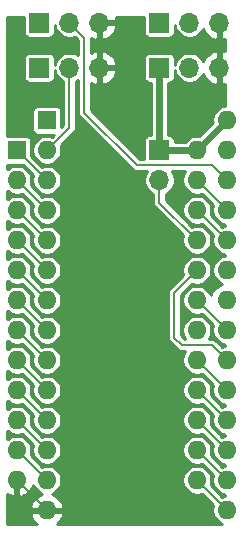
<source format=gbl>
G04 #@! TF.GenerationSoftware,KiCad,Pcbnew,(5.1.8)-1*
G04 #@! TF.CreationDate,2022-11-25T20:18:31+09:00*
G04 #@! TF.ProjectId,MZ80CGROM,4d5a3830-4347-4524-9f4d-2e6b69636164,rev?*
G04 #@! TF.SameCoordinates,PX48ab840PY9157080*
G04 #@! TF.FileFunction,Copper,L2,Bot*
G04 #@! TF.FilePolarity,Positive*
%FSLAX46Y46*%
G04 Gerber Fmt 4.6, Leading zero omitted, Abs format (unit mm)*
G04 Created by KiCad (PCBNEW (5.1.8)-1) date 2022-11-25 20:18:31*
%MOMM*%
%LPD*%
G01*
G04 APERTURE LIST*
G04 #@! TA.AperFunction,ComponentPad*
%ADD10O,1.700000X1.700000*%
G04 #@! TD*
G04 #@! TA.AperFunction,ComponentPad*
%ADD11R,1.700000X1.700000*%
G04 #@! TD*
G04 #@! TA.AperFunction,ComponentPad*
%ADD12R,1.600000X1.600000*%
G04 #@! TD*
G04 #@! TA.AperFunction,ComponentPad*
%ADD13O,1.600000X1.600000*%
G04 #@! TD*
G04 #@! TA.AperFunction,ViaPad*
%ADD14C,0.600000*%
G04 #@! TD*
G04 #@! TA.AperFunction,Conductor*
%ADD15C,0.600000*%
G04 #@! TD*
G04 #@! TA.AperFunction,Conductor*
%ADD16C,0.200000*%
G04 #@! TD*
G04 #@! TA.AperFunction,Conductor*
%ADD17C,0.254000*%
G04 #@! TD*
G04 #@! TA.AperFunction,Conductor*
%ADD18C,0.100000*%
G04 #@! TD*
G04 APERTURE END LIST*
D10*
X13335000Y29845000D03*
D11*
X13335000Y32385000D03*
D12*
X3810000Y34925000D03*
D13*
X19050000Y1905000D03*
X3810000Y32385000D03*
X19050000Y4445000D03*
X3810000Y29845000D03*
X19050000Y6985000D03*
X3810000Y27305000D03*
X19050000Y9525000D03*
X3810000Y24765000D03*
X19050000Y12065000D03*
X3810000Y22225000D03*
X19050000Y14605000D03*
X3810000Y19685000D03*
X19050000Y17145000D03*
X3810000Y17145000D03*
X19050000Y19685000D03*
X3810000Y14605000D03*
X19050000Y22225000D03*
X3810000Y12065000D03*
X19050000Y24765000D03*
X3810000Y9525000D03*
X19050000Y27305000D03*
X3810000Y6985000D03*
X19050000Y29845000D03*
X3810000Y4445000D03*
X19050000Y32385000D03*
X3810000Y1905000D03*
X19050000Y34925000D03*
X16510000Y32385000D03*
X1270000Y4445000D03*
X16510000Y29845000D03*
X1270000Y6985000D03*
X16510000Y27305000D03*
X1270000Y9525000D03*
X16510000Y24765000D03*
X1270000Y12065000D03*
X16510000Y22225000D03*
X1270000Y14605000D03*
X16510000Y19685000D03*
X1270000Y17145000D03*
X16510000Y17145000D03*
X1270000Y19685000D03*
X16510000Y14605000D03*
X1270000Y22225000D03*
X16510000Y12065000D03*
X1270000Y24765000D03*
X16510000Y9525000D03*
X1270000Y27305000D03*
X16510000Y6985000D03*
X1270000Y29845000D03*
X16510000Y4445000D03*
D12*
X1270000Y32385000D03*
D11*
X3175000Y39370000D03*
D10*
X5715000Y39370000D03*
X8255000Y39370000D03*
X8255000Y43180000D03*
X5715000Y43180000D03*
D11*
X3175000Y43180000D03*
X13335000Y39370000D03*
D10*
X15875000Y39370000D03*
X18415000Y39370000D03*
X18415000Y43180000D03*
X15875000Y43180000D03*
D11*
X13335000Y43180000D03*
D14*
X13335000Y4445000D03*
X6350000Y4445000D03*
X13335000Y24765000D03*
X6350000Y24765000D03*
X13335000Y14605000D03*
X6350000Y32385000D03*
X6350000Y14605000D03*
X1270000Y34925000D03*
D15*
X13335000Y39370000D02*
X13335000Y32385000D01*
X13335000Y32385000D02*
X16510000Y32385000D01*
X16510000Y32385000D02*
X19050000Y34925000D01*
D16*
X1270000Y4445000D02*
X3810000Y1905000D01*
X1270000Y32385000D02*
X3810000Y29845000D01*
X1270000Y29845000D02*
X3810000Y27305000D01*
X1270000Y27305000D02*
X3810000Y24765000D01*
X1270000Y24765000D02*
X3810000Y22225000D01*
X1270000Y22225000D02*
X3810000Y19685000D01*
X1270000Y19685000D02*
X3810000Y17145000D01*
X1270000Y17145000D02*
X3810000Y14605000D01*
X1270000Y14605000D02*
X3810000Y12065000D01*
X1270000Y12065000D02*
X3810000Y9525000D01*
X1270000Y9525000D02*
X3810000Y6985000D01*
X1270000Y6985000D02*
X3810000Y4445000D01*
X16510000Y29845000D02*
X19050000Y27305000D01*
X16510000Y27305000D02*
X19050000Y24765000D01*
X19050000Y14605000D02*
X17780000Y15875000D01*
X17780000Y15875000D02*
X15240000Y15875000D01*
X15240000Y15875000D02*
X14605000Y16510000D01*
X14605000Y16510000D02*
X14605000Y20320000D01*
X14605000Y20320000D02*
X16510000Y22225000D01*
X16510000Y19685000D02*
X19050000Y17145000D01*
X16510000Y14605000D02*
X19050000Y12065000D01*
X16510000Y12065000D02*
X19050000Y9525000D01*
X16510000Y9525000D02*
X19050000Y6985000D01*
X16510000Y6985000D02*
X19050000Y4445000D01*
X16510000Y4445000D02*
X19050000Y1905000D01*
X3810000Y32385000D02*
X5715000Y34290000D01*
X5715000Y34290000D02*
X5715000Y39370000D01*
X19050000Y29845000D02*
X17780000Y31115000D01*
X6985000Y41910000D02*
X5715000Y43180000D01*
X6985000Y35560000D02*
X6985000Y41910000D01*
X17780000Y31115000D02*
X11430000Y31115000D01*
X11430000Y31115000D02*
X6985000Y35560000D01*
X16510000Y24765000D02*
X13335000Y27940000D01*
X13335000Y27940000D02*
X13335000Y29845000D01*
D17*
X1895934Y42330000D02*
X1904178Y42246293D01*
X1928595Y42165804D01*
X1968245Y42091624D01*
X2021605Y42026605D01*
X2086624Y41973245D01*
X2160804Y41933595D01*
X2241293Y41909178D01*
X2325000Y41900934D01*
X4025000Y41900934D01*
X4108707Y41909178D01*
X4189196Y41933595D01*
X4263376Y41973245D01*
X4328395Y42026605D01*
X4381755Y42091624D01*
X4421405Y42165804D01*
X4445822Y42246293D01*
X4454066Y42330000D01*
X4454066Y42973456D01*
X4487074Y42807513D01*
X4583337Y42575114D01*
X4723089Y42365960D01*
X4900960Y42188089D01*
X5110114Y42048337D01*
X5342513Y41952074D01*
X5589226Y41903000D01*
X5840774Y41903000D01*
X6087487Y41952074D01*
X6165374Y41984336D01*
X6458001Y41691709D01*
X6458001Y40409378D01*
X6319886Y40501663D01*
X6087487Y40597926D01*
X5840774Y40647000D01*
X5589226Y40647000D01*
X5342513Y40597926D01*
X5110114Y40501663D01*
X4900960Y40361911D01*
X4723089Y40184040D01*
X4583337Y39974886D01*
X4487074Y39742487D01*
X4454066Y39576544D01*
X4454066Y40220000D01*
X4445822Y40303707D01*
X4421405Y40384196D01*
X4381755Y40458376D01*
X4328395Y40523395D01*
X4263376Y40576755D01*
X4189196Y40616405D01*
X4108707Y40640822D01*
X4025000Y40649066D01*
X2325000Y40649066D01*
X2241293Y40640822D01*
X2160804Y40616405D01*
X2086624Y40576755D01*
X2021605Y40523395D01*
X1968245Y40458376D01*
X1928595Y40384196D01*
X1904178Y40303707D01*
X1895934Y40220000D01*
X1895934Y38520000D01*
X1904178Y38436293D01*
X1928595Y38355804D01*
X1968245Y38281624D01*
X2021605Y38216605D01*
X2086624Y38163245D01*
X2160804Y38123595D01*
X2241293Y38099178D01*
X2325000Y38090934D01*
X4025000Y38090934D01*
X4108707Y38099178D01*
X4189196Y38123595D01*
X4263376Y38163245D01*
X4328395Y38216605D01*
X4381755Y38281624D01*
X4421405Y38355804D01*
X4445822Y38436293D01*
X4454066Y38520000D01*
X4454066Y39163456D01*
X4487074Y38997513D01*
X4583337Y38765114D01*
X4723089Y38555960D01*
X4900960Y38378089D01*
X5110114Y38238337D01*
X5188001Y38206075D01*
X5188000Y34508291D01*
X5039066Y34359357D01*
X5039066Y35725000D01*
X5030822Y35808707D01*
X5006405Y35889196D01*
X4966755Y35963376D01*
X4913395Y36028395D01*
X4848376Y36081755D01*
X4774196Y36121405D01*
X4693707Y36145822D01*
X4610000Y36154066D01*
X3010000Y36154066D01*
X2926293Y36145822D01*
X2845804Y36121405D01*
X2771624Y36081755D01*
X2706605Y36028395D01*
X2653245Y35963376D01*
X2613595Y35889196D01*
X2589178Y35808707D01*
X2580934Y35725000D01*
X2580934Y34125000D01*
X2589178Y34041293D01*
X2613595Y33960804D01*
X2653245Y33886624D01*
X2706605Y33821605D01*
X2771624Y33768245D01*
X2845804Y33728595D01*
X2926293Y33704178D01*
X3010000Y33695934D01*
X4375644Y33695934D01*
X4222106Y33542395D01*
X4167903Y33564847D01*
X3930849Y33612000D01*
X3689151Y33612000D01*
X3452097Y33564847D01*
X3228798Y33472353D01*
X3027833Y33338073D01*
X2856927Y33167167D01*
X2722647Y32966202D01*
X2630153Y32742903D01*
X2583000Y32505849D01*
X2583000Y32264151D01*
X2630153Y32027097D01*
X2722647Y31803798D01*
X2856927Y31602833D01*
X3027833Y31431927D01*
X3228798Y31297647D01*
X3452097Y31205153D01*
X3689151Y31158000D01*
X3930849Y31158000D01*
X4167903Y31205153D01*
X4391202Y31297647D01*
X4592167Y31431927D01*
X4763073Y31602833D01*
X4897353Y31803798D01*
X4989847Y32027097D01*
X5037000Y32264151D01*
X5037000Y32505849D01*
X4989847Y32742903D01*
X4967395Y32797106D01*
X6069344Y33899054D01*
X6089448Y33915552D01*
X6155304Y33995798D01*
X6204239Y34087350D01*
X6234374Y34186690D01*
X6242000Y34264119D01*
X6242000Y34264120D01*
X6244549Y34290000D01*
X6242000Y34315881D01*
X6242000Y38206076D01*
X6319886Y38238337D01*
X6458000Y38330622D01*
X6458000Y35585881D01*
X6455451Y35560000D01*
X6458000Y35534120D01*
X6465626Y35456691D01*
X6495761Y35357351D01*
X6544696Y35265798D01*
X6610552Y35185552D01*
X6630666Y35169045D01*
X11039049Y30760661D01*
X11055552Y30740552D01*
X11135798Y30674696D01*
X11227350Y30625761D01*
X11326690Y30595626D01*
X11404119Y30588000D01*
X11404121Y30588000D01*
X11429999Y30585451D01*
X11455877Y30588000D01*
X12295622Y30588000D01*
X12203337Y30449886D01*
X12107074Y30217487D01*
X12058000Y29970774D01*
X12058000Y29719226D01*
X12107074Y29472513D01*
X12203337Y29240114D01*
X12343089Y29030960D01*
X12520960Y28853089D01*
X12730114Y28713337D01*
X12808000Y28681075D01*
X12808000Y27965881D01*
X12805451Y27940000D01*
X12808000Y27914120D01*
X12815626Y27836691D01*
X12845761Y27737351D01*
X12894696Y27645798D01*
X12960552Y27565552D01*
X12980666Y27549045D01*
X15352605Y25177106D01*
X15330153Y25122903D01*
X15283000Y24885849D01*
X15283000Y24644151D01*
X15330153Y24407097D01*
X15422647Y24183798D01*
X15556927Y23982833D01*
X15727833Y23811927D01*
X15928798Y23677647D01*
X16152097Y23585153D01*
X16389151Y23538000D01*
X16630849Y23538000D01*
X16867903Y23585153D01*
X17091202Y23677647D01*
X17292167Y23811927D01*
X17463073Y23982833D01*
X17597353Y24183798D01*
X17689847Y24407097D01*
X17737000Y24644151D01*
X17737000Y24885849D01*
X17689847Y25122903D01*
X17597353Y25346202D01*
X17463073Y25547167D01*
X17292167Y25718073D01*
X17091202Y25852353D01*
X16867903Y25944847D01*
X16630849Y25992000D01*
X16389151Y25992000D01*
X16152097Y25944847D01*
X16097894Y25922395D01*
X13862000Y28158289D01*
X13862000Y28681076D01*
X13939886Y28713337D01*
X14149040Y28853089D01*
X14326911Y29030960D01*
X14466663Y29240114D01*
X14562926Y29472513D01*
X14612000Y29719226D01*
X14612000Y29970774D01*
X14562926Y30217487D01*
X14466663Y30449886D01*
X14374378Y30588000D01*
X15530757Y30588000D01*
X15422647Y30426202D01*
X15330153Y30202903D01*
X15283000Y29965849D01*
X15283000Y29724151D01*
X15330153Y29487097D01*
X15422647Y29263798D01*
X15556927Y29062833D01*
X15727833Y28891927D01*
X15928798Y28757647D01*
X16152097Y28665153D01*
X16389151Y28618000D01*
X16630849Y28618000D01*
X16867903Y28665153D01*
X16922106Y28687605D01*
X17892605Y27717106D01*
X17870153Y27662903D01*
X17823000Y27425849D01*
X17823000Y27184151D01*
X17870153Y26947097D01*
X17962647Y26723798D01*
X18096927Y26522833D01*
X18267833Y26351927D01*
X18468798Y26217647D01*
X18692097Y26125153D01*
X18923000Y26079224D01*
X18923000Y25990776D01*
X18692097Y25944847D01*
X18637894Y25922395D01*
X17667395Y26892894D01*
X17689847Y26947097D01*
X17737000Y27184151D01*
X17737000Y27425849D01*
X17689847Y27662903D01*
X17597353Y27886202D01*
X17463073Y28087167D01*
X17292167Y28258073D01*
X17091202Y28392353D01*
X16867903Y28484847D01*
X16630849Y28532000D01*
X16389151Y28532000D01*
X16152097Y28484847D01*
X15928798Y28392353D01*
X15727833Y28258073D01*
X15556927Y28087167D01*
X15422647Y27886202D01*
X15330153Y27662903D01*
X15283000Y27425849D01*
X15283000Y27184151D01*
X15330153Y26947097D01*
X15422647Y26723798D01*
X15556927Y26522833D01*
X15727833Y26351927D01*
X15928798Y26217647D01*
X16152097Y26125153D01*
X16389151Y26078000D01*
X16630849Y26078000D01*
X16867903Y26125153D01*
X16922106Y26147605D01*
X17892605Y25177106D01*
X17870153Y25122903D01*
X17823000Y24885849D01*
X17823000Y24644151D01*
X17870153Y24407097D01*
X17962647Y24183798D01*
X18096927Y23982833D01*
X18267833Y23811927D01*
X18468798Y23677647D01*
X18692097Y23585153D01*
X18923000Y23539224D01*
X18923000Y23450776D01*
X18692097Y23404847D01*
X18468798Y23312353D01*
X18267833Y23178073D01*
X18096927Y23007167D01*
X17962647Y22806202D01*
X17870153Y22582903D01*
X17823000Y22345849D01*
X17823000Y22104151D01*
X17870153Y21867097D01*
X17962647Y21643798D01*
X18096927Y21442833D01*
X18267833Y21271927D01*
X18468798Y21137647D01*
X18655088Y21060483D01*
X18436119Y20982070D01*
X18194869Y20837385D01*
X17986481Y20648414D01*
X17818963Y20422420D01*
X17698754Y20168087D01*
X17673070Y20083407D01*
X17597353Y20266202D01*
X17463073Y20467167D01*
X17292167Y20638073D01*
X17091202Y20772353D01*
X16867903Y20864847D01*
X16630849Y20912000D01*
X16389151Y20912000D01*
X16152097Y20864847D01*
X15928798Y20772353D01*
X15727833Y20638073D01*
X15556927Y20467167D01*
X15422647Y20266202D01*
X15330153Y20042903D01*
X15283000Y19805849D01*
X15283000Y19564151D01*
X15330153Y19327097D01*
X15422647Y19103798D01*
X15556927Y18902833D01*
X15727833Y18731927D01*
X15928798Y18597647D01*
X16152097Y18505153D01*
X16389151Y18458000D01*
X16630849Y18458000D01*
X16867903Y18505153D01*
X16922106Y18527605D01*
X17892605Y17557106D01*
X17870153Y17502903D01*
X17823000Y17265849D01*
X17823000Y17024151D01*
X17870153Y16787097D01*
X17962647Y16563798D01*
X18096927Y16362833D01*
X18267833Y16191927D01*
X18468798Y16057647D01*
X18692097Y15965153D01*
X18923000Y15919224D01*
X18923000Y15830776D01*
X18692097Y15784847D01*
X18637894Y15762395D01*
X18170955Y16229334D01*
X18154448Y16249448D01*
X18074202Y16315304D01*
X17982650Y16364239D01*
X17883310Y16394374D01*
X17805881Y16402000D01*
X17780000Y16404549D01*
X17754119Y16402000D01*
X17489243Y16402000D01*
X17597353Y16563798D01*
X17689847Y16787097D01*
X17737000Y17024151D01*
X17737000Y17265849D01*
X17689847Y17502903D01*
X17597353Y17726202D01*
X17463073Y17927167D01*
X17292167Y18098073D01*
X17091202Y18232353D01*
X16867903Y18324847D01*
X16630849Y18372000D01*
X16389151Y18372000D01*
X16152097Y18324847D01*
X15928798Y18232353D01*
X15727833Y18098073D01*
X15556927Y17927167D01*
X15422647Y17726202D01*
X15330153Y17502903D01*
X15283000Y17265849D01*
X15283000Y17024151D01*
X15330153Y16787097D01*
X15422647Y16563798D01*
X15530757Y16402000D01*
X15458290Y16402000D01*
X15132000Y16728290D01*
X15132000Y20101711D01*
X16097895Y21067604D01*
X16152097Y21045153D01*
X16389151Y20998000D01*
X16630849Y20998000D01*
X16867903Y21045153D01*
X17091202Y21137647D01*
X17292167Y21271927D01*
X17463073Y21442833D01*
X17597353Y21643798D01*
X17689847Y21867097D01*
X17737000Y22104151D01*
X17737000Y22345849D01*
X17689847Y22582903D01*
X17597353Y22806202D01*
X17463073Y23007167D01*
X17292167Y23178073D01*
X17091202Y23312353D01*
X16867903Y23404847D01*
X16630849Y23452000D01*
X16389151Y23452000D01*
X16152097Y23404847D01*
X15928798Y23312353D01*
X15727833Y23178073D01*
X15556927Y23007167D01*
X15422647Y22806202D01*
X15330153Y22582903D01*
X15283000Y22345849D01*
X15283000Y22104151D01*
X15330153Y21867097D01*
X15352604Y21812895D01*
X14250662Y20710951D01*
X14230553Y20694448D01*
X14173061Y20624394D01*
X14164696Y20614201D01*
X14115761Y20522649D01*
X14085626Y20423309D01*
X14075451Y20320000D01*
X14078001Y20294109D01*
X14078000Y16535881D01*
X14075451Y16510000D01*
X14078000Y16484120D01*
X14085626Y16406691D01*
X14115761Y16307351D01*
X14164696Y16215798D01*
X14230552Y16135552D01*
X14250666Y16119045D01*
X14849053Y15520656D01*
X14865552Y15500552D01*
X14945798Y15434696D01*
X15037350Y15385761D01*
X15136690Y15355626D01*
X15240000Y15345451D01*
X15265881Y15348000D01*
X15530757Y15348000D01*
X15422647Y15186202D01*
X15330153Y14962903D01*
X15283000Y14725849D01*
X15283000Y14484151D01*
X15330153Y14247097D01*
X15422647Y14023798D01*
X15556927Y13822833D01*
X15727833Y13651927D01*
X15928798Y13517647D01*
X16152097Y13425153D01*
X16389151Y13378000D01*
X16630849Y13378000D01*
X16867903Y13425153D01*
X16922106Y13447605D01*
X17892605Y12477106D01*
X17870153Y12422903D01*
X17823000Y12185849D01*
X17823000Y11944151D01*
X17870153Y11707097D01*
X17962647Y11483798D01*
X18096927Y11282833D01*
X18267833Y11111927D01*
X18468798Y10977647D01*
X18692097Y10885153D01*
X18923000Y10839224D01*
X18923000Y10750776D01*
X18692097Y10704847D01*
X18637894Y10682395D01*
X17667395Y11652894D01*
X17689847Y11707097D01*
X17737000Y11944151D01*
X17737000Y12185849D01*
X17689847Y12422903D01*
X17597353Y12646202D01*
X17463073Y12847167D01*
X17292167Y13018073D01*
X17091202Y13152353D01*
X16867903Y13244847D01*
X16630849Y13292000D01*
X16389151Y13292000D01*
X16152097Y13244847D01*
X15928798Y13152353D01*
X15727833Y13018073D01*
X15556927Y12847167D01*
X15422647Y12646202D01*
X15330153Y12422903D01*
X15283000Y12185849D01*
X15283000Y11944151D01*
X15330153Y11707097D01*
X15422647Y11483798D01*
X15556927Y11282833D01*
X15727833Y11111927D01*
X15928798Y10977647D01*
X16152097Y10885153D01*
X16389151Y10838000D01*
X16630849Y10838000D01*
X16867903Y10885153D01*
X16922106Y10907605D01*
X17892605Y9937106D01*
X17870153Y9882903D01*
X17823000Y9645849D01*
X17823000Y9404151D01*
X17870153Y9167097D01*
X17962647Y8943798D01*
X18096927Y8742833D01*
X18267833Y8571927D01*
X18468798Y8437647D01*
X18692097Y8345153D01*
X18923000Y8299224D01*
X18923000Y8210776D01*
X18692097Y8164847D01*
X18637894Y8142395D01*
X17667395Y9112894D01*
X17689847Y9167097D01*
X17737000Y9404151D01*
X17737000Y9645849D01*
X17689847Y9882903D01*
X17597353Y10106202D01*
X17463073Y10307167D01*
X17292167Y10478073D01*
X17091202Y10612353D01*
X16867903Y10704847D01*
X16630849Y10752000D01*
X16389151Y10752000D01*
X16152097Y10704847D01*
X15928798Y10612353D01*
X15727833Y10478073D01*
X15556927Y10307167D01*
X15422647Y10106202D01*
X15330153Y9882903D01*
X15283000Y9645849D01*
X15283000Y9404151D01*
X15330153Y9167097D01*
X15422647Y8943798D01*
X15556927Y8742833D01*
X15727833Y8571927D01*
X15928798Y8437647D01*
X16152097Y8345153D01*
X16389151Y8298000D01*
X16630849Y8298000D01*
X16867903Y8345153D01*
X16922106Y8367605D01*
X17892605Y7397106D01*
X17870153Y7342903D01*
X17823000Y7105849D01*
X17823000Y6864151D01*
X17870153Y6627097D01*
X17962647Y6403798D01*
X18096927Y6202833D01*
X18267833Y6031927D01*
X18468798Y5897647D01*
X18692097Y5805153D01*
X18923000Y5759224D01*
X18923000Y5670776D01*
X18692097Y5624847D01*
X18637894Y5602395D01*
X17667395Y6572894D01*
X17689847Y6627097D01*
X17737000Y6864151D01*
X17737000Y7105849D01*
X17689847Y7342903D01*
X17597353Y7566202D01*
X17463073Y7767167D01*
X17292167Y7938073D01*
X17091202Y8072353D01*
X16867903Y8164847D01*
X16630849Y8212000D01*
X16389151Y8212000D01*
X16152097Y8164847D01*
X15928798Y8072353D01*
X15727833Y7938073D01*
X15556927Y7767167D01*
X15422647Y7566202D01*
X15330153Y7342903D01*
X15283000Y7105849D01*
X15283000Y6864151D01*
X15330153Y6627097D01*
X15422647Y6403798D01*
X15556927Y6202833D01*
X15727833Y6031927D01*
X15928798Y5897647D01*
X16152097Y5805153D01*
X16389151Y5758000D01*
X16630849Y5758000D01*
X16867903Y5805153D01*
X16922106Y5827605D01*
X17892605Y4857106D01*
X17870153Y4802903D01*
X17823000Y4565849D01*
X17823000Y4324151D01*
X17870153Y4087097D01*
X17962647Y3863798D01*
X18096927Y3662833D01*
X18267833Y3491927D01*
X18468798Y3357647D01*
X18692097Y3265153D01*
X18923000Y3219224D01*
X18923000Y3130776D01*
X18692097Y3084847D01*
X18637894Y3062395D01*
X17667395Y4032894D01*
X17689847Y4087097D01*
X17737000Y4324151D01*
X17737000Y4565849D01*
X17689847Y4802903D01*
X17597353Y5026202D01*
X17463073Y5227167D01*
X17292167Y5398073D01*
X17091202Y5532353D01*
X16867903Y5624847D01*
X16630849Y5672000D01*
X16389151Y5672000D01*
X16152097Y5624847D01*
X15928798Y5532353D01*
X15727833Y5398073D01*
X15556927Y5227167D01*
X15422647Y5026202D01*
X15330153Y4802903D01*
X15283000Y4565849D01*
X15283000Y4324151D01*
X15330153Y4087097D01*
X15422647Y3863798D01*
X15556927Y3662833D01*
X15727833Y3491927D01*
X15928798Y3357647D01*
X16152097Y3265153D01*
X16389151Y3218000D01*
X16630849Y3218000D01*
X16867903Y3265153D01*
X16922106Y3287605D01*
X17892605Y2317106D01*
X17870153Y2262903D01*
X17823000Y2025849D01*
X17823000Y1784151D01*
X17870153Y1547097D01*
X17962647Y1323798D01*
X18096927Y1122833D01*
X18267833Y951927D01*
X18468798Y817647D01*
X18603141Y762000D01*
X4675480Y762000D01*
X4873519Y941586D01*
X5041037Y1167580D01*
X5161246Y1421913D01*
X5201904Y1555961D01*
X5079915Y1778000D01*
X3937000Y1778000D01*
X3937000Y1758000D01*
X3683000Y1758000D01*
X3683000Y1778000D01*
X2540085Y1778000D01*
X2418096Y1555961D01*
X2458754Y1421913D01*
X2578963Y1167580D01*
X2746481Y941586D01*
X2944520Y762000D01*
X452000Y762000D01*
X452000Y3270346D01*
X656119Y3147930D01*
X920960Y3053091D01*
X1143000Y3174376D01*
X1143000Y4318000D01*
X1123000Y4318000D01*
X1123000Y4572000D01*
X1143000Y4572000D01*
X1143000Y4592000D01*
X1397000Y4592000D01*
X1397000Y4572000D01*
X1417000Y4572000D01*
X1417000Y4318000D01*
X1397000Y4318000D01*
X1397000Y3174376D01*
X1619040Y3053091D01*
X1883881Y3147930D01*
X2125131Y3292615D01*
X2333519Y3481586D01*
X2501037Y3707580D01*
X2621246Y3961913D01*
X2646930Y4046593D01*
X2722647Y3863798D01*
X2856927Y3662833D01*
X3027833Y3491927D01*
X3228798Y3357647D01*
X3415088Y3280483D01*
X3196119Y3202070D01*
X2954869Y3057385D01*
X2746481Y2868414D01*
X2578963Y2642420D01*
X2458754Y2388087D01*
X2418096Y2254039D01*
X2540085Y2032000D01*
X3683000Y2032000D01*
X3683000Y2052000D01*
X3937000Y2052000D01*
X3937000Y2032000D01*
X5079915Y2032000D01*
X5201904Y2254039D01*
X5161246Y2388087D01*
X5041037Y2642420D01*
X4873519Y2868414D01*
X4665131Y3057385D01*
X4423881Y3202070D01*
X4204912Y3280483D01*
X4391202Y3357647D01*
X4592167Y3491927D01*
X4763073Y3662833D01*
X4897353Y3863798D01*
X4989847Y4087097D01*
X5037000Y4324151D01*
X5037000Y4565849D01*
X4989847Y4802903D01*
X4897353Y5026202D01*
X4763073Y5227167D01*
X4592167Y5398073D01*
X4391202Y5532353D01*
X4167903Y5624847D01*
X3930849Y5672000D01*
X3689151Y5672000D01*
X3452097Y5624847D01*
X3397894Y5602395D01*
X2427395Y6572894D01*
X2449847Y6627097D01*
X2497000Y6864151D01*
X2497000Y7105849D01*
X2449847Y7342903D01*
X2357353Y7566202D01*
X2223073Y7767167D01*
X2052167Y7938073D01*
X1851202Y8072353D01*
X1627903Y8164847D01*
X1390849Y8212000D01*
X1149151Y8212000D01*
X912097Y8164847D01*
X688798Y8072353D01*
X487833Y7938073D01*
X452000Y7902240D01*
X452000Y8607760D01*
X487833Y8571927D01*
X688798Y8437647D01*
X912097Y8345153D01*
X1149151Y8298000D01*
X1390849Y8298000D01*
X1627903Y8345153D01*
X1682106Y8367605D01*
X2652605Y7397106D01*
X2630153Y7342903D01*
X2583000Y7105849D01*
X2583000Y6864151D01*
X2630153Y6627097D01*
X2722647Y6403798D01*
X2856927Y6202833D01*
X3027833Y6031927D01*
X3228798Y5897647D01*
X3452097Y5805153D01*
X3689151Y5758000D01*
X3930849Y5758000D01*
X4167903Y5805153D01*
X4391202Y5897647D01*
X4592167Y6031927D01*
X4763073Y6202833D01*
X4897353Y6403798D01*
X4989847Y6627097D01*
X5037000Y6864151D01*
X5037000Y7105849D01*
X4989847Y7342903D01*
X4897353Y7566202D01*
X4763073Y7767167D01*
X4592167Y7938073D01*
X4391202Y8072353D01*
X4167903Y8164847D01*
X3930849Y8212000D01*
X3689151Y8212000D01*
X3452097Y8164847D01*
X3397894Y8142395D01*
X2427395Y9112894D01*
X2449847Y9167097D01*
X2497000Y9404151D01*
X2497000Y9645849D01*
X2449847Y9882903D01*
X2357353Y10106202D01*
X2223073Y10307167D01*
X2052167Y10478073D01*
X1851202Y10612353D01*
X1627903Y10704847D01*
X1390849Y10752000D01*
X1149151Y10752000D01*
X912097Y10704847D01*
X688798Y10612353D01*
X487833Y10478073D01*
X452000Y10442240D01*
X452000Y11147760D01*
X487833Y11111927D01*
X688798Y10977647D01*
X912097Y10885153D01*
X1149151Y10838000D01*
X1390849Y10838000D01*
X1627903Y10885153D01*
X1682106Y10907605D01*
X2652605Y9937106D01*
X2630153Y9882903D01*
X2583000Y9645849D01*
X2583000Y9404151D01*
X2630153Y9167097D01*
X2722647Y8943798D01*
X2856927Y8742833D01*
X3027833Y8571927D01*
X3228798Y8437647D01*
X3452097Y8345153D01*
X3689151Y8298000D01*
X3930849Y8298000D01*
X4167903Y8345153D01*
X4391202Y8437647D01*
X4592167Y8571927D01*
X4763073Y8742833D01*
X4897353Y8943798D01*
X4989847Y9167097D01*
X5037000Y9404151D01*
X5037000Y9645849D01*
X4989847Y9882903D01*
X4897353Y10106202D01*
X4763073Y10307167D01*
X4592167Y10478073D01*
X4391202Y10612353D01*
X4167903Y10704847D01*
X3930849Y10752000D01*
X3689151Y10752000D01*
X3452097Y10704847D01*
X3397894Y10682395D01*
X2427395Y11652894D01*
X2449847Y11707097D01*
X2497000Y11944151D01*
X2497000Y12185849D01*
X2449847Y12422903D01*
X2357353Y12646202D01*
X2223073Y12847167D01*
X2052167Y13018073D01*
X1851202Y13152353D01*
X1627903Y13244847D01*
X1390849Y13292000D01*
X1149151Y13292000D01*
X912097Y13244847D01*
X688798Y13152353D01*
X487833Y13018073D01*
X452000Y12982240D01*
X452000Y13687760D01*
X487833Y13651927D01*
X688798Y13517647D01*
X912097Y13425153D01*
X1149151Y13378000D01*
X1390849Y13378000D01*
X1627903Y13425153D01*
X1682106Y13447605D01*
X2652605Y12477106D01*
X2630153Y12422903D01*
X2583000Y12185849D01*
X2583000Y11944151D01*
X2630153Y11707097D01*
X2722647Y11483798D01*
X2856927Y11282833D01*
X3027833Y11111927D01*
X3228798Y10977647D01*
X3452097Y10885153D01*
X3689151Y10838000D01*
X3930849Y10838000D01*
X4167903Y10885153D01*
X4391202Y10977647D01*
X4592167Y11111927D01*
X4763073Y11282833D01*
X4897353Y11483798D01*
X4989847Y11707097D01*
X5037000Y11944151D01*
X5037000Y12185849D01*
X4989847Y12422903D01*
X4897353Y12646202D01*
X4763073Y12847167D01*
X4592167Y13018073D01*
X4391202Y13152353D01*
X4167903Y13244847D01*
X3930849Y13292000D01*
X3689151Y13292000D01*
X3452097Y13244847D01*
X3397894Y13222395D01*
X2427395Y14192894D01*
X2449847Y14247097D01*
X2497000Y14484151D01*
X2497000Y14725849D01*
X2449847Y14962903D01*
X2357353Y15186202D01*
X2223073Y15387167D01*
X2052167Y15558073D01*
X1851202Y15692353D01*
X1627903Y15784847D01*
X1390849Y15832000D01*
X1149151Y15832000D01*
X912097Y15784847D01*
X688798Y15692353D01*
X487833Y15558073D01*
X452000Y15522240D01*
X452000Y16227760D01*
X487833Y16191927D01*
X688798Y16057647D01*
X912097Y15965153D01*
X1149151Y15918000D01*
X1390849Y15918000D01*
X1627903Y15965153D01*
X1682106Y15987605D01*
X2652605Y15017106D01*
X2630153Y14962903D01*
X2583000Y14725849D01*
X2583000Y14484151D01*
X2630153Y14247097D01*
X2722647Y14023798D01*
X2856927Y13822833D01*
X3027833Y13651927D01*
X3228798Y13517647D01*
X3452097Y13425153D01*
X3689151Y13378000D01*
X3930849Y13378000D01*
X4167903Y13425153D01*
X4391202Y13517647D01*
X4592167Y13651927D01*
X4763073Y13822833D01*
X4897353Y14023798D01*
X4989847Y14247097D01*
X5037000Y14484151D01*
X5037000Y14725849D01*
X4989847Y14962903D01*
X4897353Y15186202D01*
X4763073Y15387167D01*
X4592167Y15558073D01*
X4391202Y15692353D01*
X4167903Y15784847D01*
X3930849Y15832000D01*
X3689151Y15832000D01*
X3452097Y15784847D01*
X3397894Y15762395D01*
X2427395Y16732894D01*
X2449847Y16787097D01*
X2497000Y17024151D01*
X2497000Y17265849D01*
X2449847Y17502903D01*
X2357353Y17726202D01*
X2223073Y17927167D01*
X2052167Y18098073D01*
X1851202Y18232353D01*
X1627903Y18324847D01*
X1390849Y18372000D01*
X1149151Y18372000D01*
X912097Y18324847D01*
X688798Y18232353D01*
X487833Y18098073D01*
X452000Y18062240D01*
X452000Y18767760D01*
X487833Y18731927D01*
X688798Y18597647D01*
X912097Y18505153D01*
X1149151Y18458000D01*
X1390849Y18458000D01*
X1627903Y18505153D01*
X1682106Y18527605D01*
X2652605Y17557106D01*
X2630153Y17502903D01*
X2583000Y17265849D01*
X2583000Y17024151D01*
X2630153Y16787097D01*
X2722647Y16563798D01*
X2856927Y16362833D01*
X3027833Y16191927D01*
X3228798Y16057647D01*
X3452097Y15965153D01*
X3689151Y15918000D01*
X3930849Y15918000D01*
X4167903Y15965153D01*
X4391202Y16057647D01*
X4592167Y16191927D01*
X4763073Y16362833D01*
X4897353Y16563798D01*
X4989847Y16787097D01*
X5037000Y17024151D01*
X5037000Y17265849D01*
X4989847Y17502903D01*
X4897353Y17726202D01*
X4763073Y17927167D01*
X4592167Y18098073D01*
X4391202Y18232353D01*
X4167903Y18324847D01*
X3930849Y18372000D01*
X3689151Y18372000D01*
X3452097Y18324847D01*
X3397894Y18302395D01*
X2427395Y19272894D01*
X2449847Y19327097D01*
X2497000Y19564151D01*
X2497000Y19805849D01*
X2449847Y20042903D01*
X2357353Y20266202D01*
X2223073Y20467167D01*
X2052167Y20638073D01*
X1851202Y20772353D01*
X1627903Y20864847D01*
X1390849Y20912000D01*
X1149151Y20912000D01*
X912097Y20864847D01*
X688798Y20772353D01*
X487833Y20638073D01*
X452000Y20602240D01*
X452000Y21307760D01*
X487833Y21271927D01*
X688798Y21137647D01*
X912097Y21045153D01*
X1149151Y20998000D01*
X1390849Y20998000D01*
X1627903Y21045153D01*
X1682106Y21067605D01*
X2652605Y20097106D01*
X2630153Y20042903D01*
X2583000Y19805849D01*
X2583000Y19564151D01*
X2630153Y19327097D01*
X2722647Y19103798D01*
X2856927Y18902833D01*
X3027833Y18731927D01*
X3228798Y18597647D01*
X3452097Y18505153D01*
X3689151Y18458000D01*
X3930849Y18458000D01*
X4167903Y18505153D01*
X4391202Y18597647D01*
X4592167Y18731927D01*
X4763073Y18902833D01*
X4897353Y19103798D01*
X4989847Y19327097D01*
X5037000Y19564151D01*
X5037000Y19805849D01*
X4989847Y20042903D01*
X4897353Y20266202D01*
X4763073Y20467167D01*
X4592167Y20638073D01*
X4391202Y20772353D01*
X4167903Y20864847D01*
X3930849Y20912000D01*
X3689151Y20912000D01*
X3452097Y20864847D01*
X3397894Y20842395D01*
X2427395Y21812894D01*
X2449847Y21867097D01*
X2497000Y22104151D01*
X2497000Y22345849D01*
X2449847Y22582903D01*
X2357353Y22806202D01*
X2223073Y23007167D01*
X2052167Y23178073D01*
X1851202Y23312353D01*
X1627903Y23404847D01*
X1390849Y23452000D01*
X1149151Y23452000D01*
X912097Y23404847D01*
X688798Y23312353D01*
X487833Y23178073D01*
X452000Y23142240D01*
X452000Y23847760D01*
X487833Y23811927D01*
X688798Y23677647D01*
X912097Y23585153D01*
X1149151Y23538000D01*
X1390849Y23538000D01*
X1627903Y23585153D01*
X1682106Y23607605D01*
X2652605Y22637106D01*
X2630153Y22582903D01*
X2583000Y22345849D01*
X2583000Y22104151D01*
X2630153Y21867097D01*
X2722647Y21643798D01*
X2856927Y21442833D01*
X3027833Y21271927D01*
X3228798Y21137647D01*
X3452097Y21045153D01*
X3689151Y20998000D01*
X3930849Y20998000D01*
X4167903Y21045153D01*
X4391202Y21137647D01*
X4592167Y21271927D01*
X4763073Y21442833D01*
X4897353Y21643798D01*
X4989847Y21867097D01*
X5037000Y22104151D01*
X5037000Y22345849D01*
X4989847Y22582903D01*
X4897353Y22806202D01*
X4763073Y23007167D01*
X4592167Y23178073D01*
X4391202Y23312353D01*
X4167903Y23404847D01*
X3930849Y23452000D01*
X3689151Y23452000D01*
X3452097Y23404847D01*
X3397894Y23382395D01*
X2427395Y24352894D01*
X2449847Y24407097D01*
X2497000Y24644151D01*
X2497000Y24885849D01*
X2449847Y25122903D01*
X2357353Y25346202D01*
X2223073Y25547167D01*
X2052167Y25718073D01*
X1851202Y25852353D01*
X1627903Y25944847D01*
X1390849Y25992000D01*
X1149151Y25992000D01*
X912097Y25944847D01*
X688798Y25852353D01*
X487833Y25718073D01*
X452000Y25682240D01*
X452000Y26387760D01*
X487833Y26351927D01*
X688798Y26217647D01*
X912097Y26125153D01*
X1149151Y26078000D01*
X1390849Y26078000D01*
X1627903Y26125153D01*
X1682106Y26147605D01*
X2652605Y25177106D01*
X2630153Y25122903D01*
X2583000Y24885849D01*
X2583000Y24644151D01*
X2630153Y24407097D01*
X2722647Y24183798D01*
X2856927Y23982833D01*
X3027833Y23811927D01*
X3228798Y23677647D01*
X3452097Y23585153D01*
X3689151Y23538000D01*
X3930849Y23538000D01*
X4167903Y23585153D01*
X4391202Y23677647D01*
X4592167Y23811927D01*
X4763073Y23982833D01*
X4897353Y24183798D01*
X4989847Y24407097D01*
X5037000Y24644151D01*
X5037000Y24885849D01*
X4989847Y25122903D01*
X4897353Y25346202D01*
X4763073Y25547167D01*
X4592167Y25718073D01*
X4391202Y25852353D01*
X4167903Y25944847D01*
X3930849Y25992000D01*
X3689151Y25992000D01*
X3452097Y25944847D01*
X3397894Y25922395D01*
X2427395Y26892894D01*
X2449847Y26947097D01*
X2497000Y27184151D01*
X2497000Y27425849D01*
X2449847Y27662903D01*
X2357353Y27886202D01*
X2223073Y28087167D01*
X2052167Y28258073D01*
X1851202Y28392353D01*
X1627903Y28484847D01*
X1390849Y28532000D01*
X1149151Y28532000D01*
X912097Y28484847D01*
X688798Y28392353D01*
X487833Y28258073D01*
X452000Y28222240D01*
X452000Y28927760D01*
X487833Y28891927D01*
X688798Y28757647D01*
X912097Y28665153D01*
X1149151Y28618000D01*
X1390849Y28618000D01*
X1627903Y28665153D01*
X1682106Y28687605D01*
X2652605Y27717106D01*
X2630153Y27662903D01*
X2583000Y27425849D01*
X2583000Y27184151D01*
X2630153Y26947097D01*
X2722647Y26723798D01*
X2856927Y26522833D01*
X3027833Y26351927D01*
X3228798Y26217647D01*
X3452097Y26125153D01*
X3689151Y26078000D01*
X3930849Y26078000D01*
X4167903Y26125153D01*
X4391202Y26217647D01*
X4592167Y26351927D01*
X4763073Y26522833D01*
X4897353Y26723798D01*
X4989847Y26947097D01*
X5037000Y27184151D01*
X5037000Y27425849D01*
X4989847Y27662903D01*
X4897353Y27886202D01*
X4763073Y28087167D01*
X4592167Y28258073D01*
X4391202Y28392353D01*
X4167903Y28484847D01*
X3930849Y28532000D01*
X3689151Y28532000D01*
X3452097Y28484847D01*
X3397894Y28462395D01*
X2427395Y29432894D01*
X2449847Y29487097D01*
X2497000Y29724151D01*
X2497000Y29965849D01*
X2449847Y30202903D01*
X2357353Y30426202D01*
X2223073Y30627167D01*
X2052167Y30798073D01*
X1851202Y30932353D01*
X1627903Y31024847D01*
X1390849Y31072000D01*
X1149151Y31072000D01*
X912097Y31024847D01*
X688798Y30932353D01*
X487833Y30798073D01*
X452000Y30762240D01*
X452000Y31157707D01*
X470000Y31155934D01*
X1753777Y31155934D01*
X2652605Y30257106D01*
X2630153Y30202903D01*
X2583000Y29965849D01*
X2583000Y29724151D01*
X2630153Y29487097D01*
X2722647Y29263798D01*
X2856927Y29062833D01*
X3027833Y28891927D01*
X3228798Y28757647D01*
X3452097Y28665153D01*
X3689151Y28618000D01*
X3930849Y28618000D01*
X4167903Y28665153D01*
X4391202Y28757647D01*
X4592167Y28891927D01*
X4763073Y29062833D01*
X4897353Y29263798D01*
X4989847Y29487097D01*
X5037000Y29724151D01*
X5037000Y29965849D01*
X4989847Y30202903D01*
X4897353Y30426202D01*
X4763073Y30627167D01*
X4592167Y30798073D01*
X4391202Y30932353D01*
X4167903Y31024847D01*
X3930849Y31072000D01*
X3689151Y31072000D01*
X3452097Y31024847D01*
X3397894Y31002395D01*
X2499066Y31901223D01*
X2499066Y33185000D01*
X2490822Y33268707D01*
X2466405Y33349196D01*
X2426755Y33423376D01*
X2373395Y33488395D01*
X2308376Y33541755D01*
X2234196Y33581405D01*
X2153707Y33605822D01*
X2070000Y33614066D01*
X470000Y33614066D01*
X452000Y33612293D01*
X452000Y43688000D01*
X1895934Y43688000D01*
X1895934Y42330000D01*
G04 #@! TA.AperFunction,Conductor*
D18*
G36*
X1895934Y42330000D02*
G01*
X1904178Y42246293D01*
X1928595Y42165804D01*
X1968245Y42091624D01*
X2021605Y42026605D01*
X2086624Y41973245D01*
X2160804Y41933595D01*
X2241293Y41909178D01*
X2325000Y41900934D01*
X4025000Y41900934D01*
X4108707Y41909178D01*
X4189196Y41933595D01*
X4263376Y41973245D01*
X4328395Y42026605D01*
X4381755Y42091624D01*
X4421405Y42165804D01*
X4445822Y42246293D01*
X4454066Y42330000D01*
X4454066Y42973456D01*
X4487074Y42807513D01*
X4583337Y42575114D01*
X4723089Y42365960D01*
X4900960Y42188089D01*
X5110114Y42048337D01*
X5342513Y41952074D01*
X5589226Y41903000D01*
X5840774Y41903000D01*
X6087487Y41952074D01*
X6165374Y41984336D01*
X6458001Y41691709D01*
X6458001Y40409378D01*
X6319886Y40501663D01*
X6087487Y40597926D01*
X5840774Y40647000D01*
X5589226Y40647000D01*
X5342513Y40597926D01*
X5110114Y40501663D01*
X4900960Y40361911D01*
X4723089Y40184040D01*
X4583337Y39974886D01*
X4487074Y39742487D01*
X4454066Y39576544D01*
X4454066Y40220000D01*
X4445822Y40303707D01*
X4421405Y40384196D01*
X4381755Y40458376D01*
X4328395Y40523395D01*
X4263376Y40576755D01*
X4189196Y40616405D01*
X4108707Y40640822D01*
X4025000Y40649066D01*
X2325000Y40649066D01*
X2241293Y40640822D01*
X2160804Y40616405D01*
X2086624Y40576755D01*
X2021605Y40523395D01*
X1968245Y40458376D01*
X1928595Y40384196D01*
X1904178Y40303707D01*
X1895934Y40220000D01*
X1895934Y38520000D01*
X1904178Y38436293D01*
X1928595Y38355804D01*
X1968245Y38281624D01*
X2021605Y38216605D01*
X2086624Y38163245D01*
X2160804Y38123595D01*
X2241293Y38099178D01*
X2325000Y38090934D01*
X4025000Y38090934D01*
X4108707Y38099178D01*
X4189196Y38123595D01*
X4263376Y38163245D01*
X4328395Y38216605D01*
X4381755Y38281624D01*
X4421405Y38355804D01*
X4445822Y38436293D01*
X4454066Y38520000D01*
X4454066Y39163456D01*
X4487074Y38997513D01*
X4583337Y38765114D01*
X4723089Y38555960D01*
X4900960Y38378089D01*
X5110114Y38238337D01*
X5188001Y38206075D01*
X5188000Y34508291D01*
X5039066Y34359357D01*
X5039066Y35725000D01*
X5030822Y35808707D01*
X5006405Y35889196D01*
X4966755Y35963376D01*
X4913395Y36028395D01*
X4848376Y36081755D01*
X4774196Y36121405D01*
X4693707Y36145822D01*
X4610000Y36154066D01*
X3010000Y36154066D01*
X2926293Y36145822D01*
X2845804Y36121405D01*
X2771624Y36081755D01*
X2706605Y36028395D01*
X2653245Y35963376D01*
X2613595Y35889196D01*
X2589178Y35808707D01*
X2580934Y35725000D01*
X2580934Y34125000D01*
X2589178Y34041293D01*
X2613595Y33960804D01*
X2653245Y33886624D01*
X2706605Y33821605D01*
X2771624Y33768245D01*
X2845804Y33728595D01*
X2926293Y33704178D01*
X3010000Y33695934D01*
X4375644Y33695934D01*
X4222106Y33542395D01*
X4167903Y33564847D01*
X3930849Y33612000D01*
X3689151Y33612000D01*
X3452097Y33564847D01*
X3228798Y33472353D01*
X3027833Y33338073D01*
X2856927Y33167167D01*
X2722647Y32966202D01*
X2630153Y32742903D01*
X2583000Y32505849D01*
X2583000Y32264151D01*
X2630153Y32027097D01*
X2722647Y31803798D01*
X2856927Y31602833D01*
X3027833Y31431927D01*
X3228798Y31297647D01*
X3452097Y31205153D01*
X3689151Y31158000D01*
X3930849Y31158000D01*
X4167903Y31205153D01*
X4391202Y31297647D01*
X4592167Y31431927D01*
X4763073Y31602833D01*
X4897353Y31803798D01*
X4989847Y32027097D01*
X5037000Y32264151D01*
X5037000Y32505849D01*
X4989847Y32742903D01*
X4967395Y32797106D01*
X6069344Y33899054D01*
X6089448Y33915552D01*
X6155304Y33995798D01*
X6204239Y34087350D01*
X6234374Y34186690D01*
X6242000Y34264119D01*
X6242000Y34264120D01*
X6244549Y34290000D01*
X6242000Y34315881D01*
X6242000Y38206076D01*
X6319886Y38238337D01*
X6458000Y38330622D01*
X6458000Y35585881D01*
X6455451Y35560000D01*
X6458000Y35534120D01*
X6465626Y35456691D01*
X6495761Y35357351D01*
X6544696Y35265798D01*
X6610552Y35185552D01*
X6630666Y35169045D01*
X11039049Y30760661D01*
X11055552Y30740552D01*
X11135798Y30674696D01*
X11227350Y30625761D01*
X11326690Y30595626D01*
X11404119Y30588000D01*
X11404121Y30588000D01*
X11429999Y30585451D01*
X11455877Y30588000D01*
X12295622Y30588000D01*
X12203337Y30449886D01*
X12107074Y30217487D01*
X12058000Y29970774D01*
X12058000Y29719226D01*
X12107074Y29472513D01*
X12203337Y29240114D01*
X12343089Y29030960D01*
X12520960Y28853089D01*
X12730114Y28713337D01*
X12808000Y28681075D01*
X12808000Y27965881D01*
X12805451Y27940000D01*
X12808000Y27914120D01*
X12815626Y27836691D01*
X12845761Y27737351D01*
X12894696Y27645798D01*
X12960552Y27565552D01*
X12980666Y27549045D01*
X15352605Y25177106D01*
X15330153Y25122903D01*
X15283000Y24885849D01*
X15283000Y24644151D01*
X15330153Y24407097D01*
X15422647Y24183798D01*
X15556927Y23982833D01*
X15727833Y23811927D01*
X15928798Y23677647D01*
X16152097Y23585153D01*
X16389151Y23538000D01*
X16630849Y23538000D01*
X16867903Y23585153D01*
X17091202Y23677647D01*
X17292167Y23811927D01*
X17463073Y23982833D01*
X17597353Y24183798D01*
X17689847Y24407097D01*
X17737000Y24644151D01*
X17737000Y24885849D01*
X17689847Y25122903D01*
X17597353Y25346202D01*
X17463073Y25547167D01*
X17292167Y25718073D01*
X17091202Y25852353D01*
X16867903Y25944847D01*
X16630849Y25992000D01*
X16389151Y25992000D01*
X16152097Y25944847D01*
X16097894Y25922395D01*
X13862000Y28158289D01*
X13862000Y28681076D01*
X13939886Y28713337D01*
X14149040Y28853089D01*
X14326911Y29030960D01*
X14466663Y29240114D01*
X14562926Y29472513D01*
X14612000Y29719226D01*
X14612000Y29970774D01*
X14562926Y30217487D01*
X14466663Y30449886D01*
X14374378Y30588000D01*
X15530757Y30588000D01*
X15422647Y30426202D01*
X15330153Y30202903D01*
X15283000Y29965849D01*
X15283000Y29724151D01*
X15330153Y29487097D01*
X15422647Y29263798D01*
X15556927Y29062833D01*
X15727833Y28891927D01*
X15928798Y28757647D01*
X16152097Y28665153D01*
X16389151Y28618000D01*
X16630849Y28618000D01*
X16867903Y28665153D01*
X16922106Y28687605D01*
X17892605Y27717106D01*
X17870153Y27662903D01*
X17823000Y27425849D01*
X17823000Y27184151D01*
X17870153Y26947097D01*
X17962647Y26723798D01*
X18096927Y26522833D01*
X18267833Y26351927D01*
X18468798Y26217647D01*
X18692097Y26125153D01*
X18923000Y26079224D01*
X18923000Y25990776D01*
X18692097Y25944847D01*
X18637894Y25922395D01*
X17667395Y26892894D01*
X17689847Y26947097D01*
X17737000Y27184151D01*
X17737000Y27425849D01*
X17689847Y27662903D01*
X17597353Y27886202D01*
X17463073Y28087167D01*
X17292167Y28258073D01*
X17091202Y28392353D01*
X16867903Y28484847D01*
X16630849Y28532000D01*
X16389151Y28532000D01*
X16152097Y28484847D01*
X15928798Y28392353D01*
X15727833Y28258073D01*
X15556927Y28087167D01*
X15422647Y27886202D01*
X15330153Y27662903D01*
X15283000Y27425849D01*
X15283000Y27184151D01*
X15330153Y26947097D01*
X15422647Y26723798D01*
X15556927Y26522833D01*
X15727833Y26351927D01*
X15928798Y26217647D01*
X16152097Y26125153D01*
X16389151Y26078000D01*
X16630849Y26078000D01*
X16867903Y26125153D01*
X16922106Y26147605D01*
X17892605Y25177106D01*
X17870153Y25122903D01*
X17823000Y24885849D01*
X17823000Y24644151D01*
X17870153Y24407097D01*
X17962647Y24183798D01*
X18096927Y23982833D01*
X18267833Y23811927D01*
X18468798Y23677647D01*
X18692097Y23585153D01*
X18923000Y23539224D01*
X18923000Y23450776D01*
X18692097Y23404847D01*
X18468798Y23312353D01*
X18267833Y23178073D01*
X18096927Y23007167D01*
X17962647Y22806202D01*
X17870153Y22582903D01*
X17823000Y22345849D01*
X17823000Y22104151D01*
X17870153Y21867097D01*
X17962647Y21643798D01*
X18096927Y21442833D01*
X18267833Y21271927D01*
X18468798Y21137647D01*
X18655088Y21060483D01*
X18436119Y20982070D01*
X18194869Y20837385D01*
X17986481Y20648414D01*
X17818963Y20422420D01*
X17698754Y20168087D01*
X17673070Y20083407D01*
X17597353Y20266202D01*
X17463073Y20467167D01*
X17292167Y20638073D01*
X17091202Y20772353D01*
X16867903Y20864847D01*
X16630849Y20912000D01*
X16389151Y20912000D01*
X16152097Y20864847D01*
X15928798Y20772353D01*
X15727833Y20638073D01*
X15556927Y20467167D01*
X15422647Y20266202D01*
X15330153Y20042903D01*
X15283000Y19805849D01*
X15283000Y19564151D01*
X15330153Y19327097D01*
X15422647Y19103798D01*
X15556927Y18902833D01*
X15727833Y18731927D01*
X15928798Y18597647D01*
X16152097Y18505153D01*
X16389151Y18458000D01*
X16630849Y18458000D01*
X16867903Y18505153D01*
X16922106Y18527605D01*
X17892605Y17557106D01*
X17870153Y17502903D01*
X17823000Y17265849D01*
X17823000Y17024151D01*
X17870153Y16787097D01*
X17962647Y16563798D01*
X18096927Y16362833D01*
X18267833Y16191927D01*
X18468798Y16057647D01*
X18692097Y15965153D01*
X18923000Y15919224D01*
X18923000Y15830776D01*
X18692097Y15784847D01*
X18637894Y15762395D01*
X18170955Y16229334D01*
X18154448Y16249448D01*
X18074202Y16315304D01*
X17982650Y16364239D01*
X17883310Y16394374D01*
X17805881Y16402000D01*
X17780000Y16404549D01*
X17754119Y16402000D01*
X17489243Y16402000D01*
X17597353Y16563798D01*
X17689847Y16787097D01*
X17737000Y17024151D01*
X17737000Y17265849D01*
X17689847Y17502903D01*
X17597353Y17726202D01*
X17463073Y17927167D01*
X17292167Y18098073D01*
X17091202Y18232353D01*
X16867903Y18324847D01*
X16630849Y18372000D01*
X16389151Y18372000D01*
X16152097Y18324847D01*
X15928798Y18232353D01*
X15727833Y18098073D01*
X15556927Y17927167D01*
X15422647Y17726202D01*
X15330153Y17502903D01*
X15283000Y17265849D01*
X15283000Y17024151D01*
X15330153Y16787097D01*
X15422647Y16563798D01*
X15530757Y16402000D01*
X15458290Y16402000D01*
X15132000Y16728290D01*
X15132000Y20101711D01*
X16097895Y21067604D01*
X16152097Y21045153D01*
X16389151Y20998000D01*
X16630849Y20998000D01*
X16867903Y21045153D01*
X17091202Y21137647D01*
X17292167Y21271927D01*
X17463073Y21442833D01*
X17597353Y21643798D01*
X17689847Y21867097D01*
X17737000Y22104151D01*
X17737000Y22345849D01*
X17689847Y22582903D01*
X17597353Y22806202D01*
X17463073Y23007167D01*
X17292167Y23178073D01*
X17091202Y23312353D01*
X16867903Y23404847D01*
X16630849Y23452000D01*
X16389151Y23452000D01*
X16152097Y23404847D01*
X15928798Y23312353D01*
X15727833Y23178073D01*
X15556927Y23007167D01*
X15422647Y22806202D01*
X15330153Y22582903D01*
X15283000Y22345849D01*
X15283000Y22104151D01*
X15330153Y21867097D01*
X15352604Y21812895D01*
X14250662Y20710951D01*
X14230553Y20694448D01*
X14173061Y20624394D01*
X14164696Y20614201D01*
X14115761Y20522649D01*
X14085626Y20423309D01*
X14075451Y20320000D01*
X14078001Y20294109D01*
X14078000Y16535881D01*
X14075451Y16510000D01*
X14078000Y16484120D01*
X14085626Y16406691D01*
X14115761Y16307351D01*
X14164696Y16215798D01*
X14230552Y16135552D01*
X14250666Y16119045D01*
X14849053Y15520656D01*
X14865552Y15500552D01*
X14945798Y15434696D01*
X15037350Y15385761D01*
X15136690Y15355626D01*
X15240000Y15345451D01*
X15265881Y15348000D01*
X15530757Y15348000D01*
X15422647Y15186202D01*
X15330153Y14962903D01*
X15283000Y14725849D01*
X15283000Y14484151D01*
X15330153Y14247097D01*
X15422647Y14023798D01*
X15556927Y13822833D01*
X15727833Y13651927D01*
X15928798Y13517647D01*
X16152097Y13425153D01*
X16389151Y13378000D01*
X16630849Y13378000D01*
X16867903Y13425153D01*
X16922106Y13447605D01*
X17892605Y12477106D01*
X17870153Y12422903D01*
X17823000Y12185849D01*
X17823000Y11944151D01*
X17870153Y11707097D01*
X17962647Y11483798D01*
X18096927Y11282833D01*
X18267833Y11111927D01*
X18468798Y10977647D01*
X18692097Y10885153D01*
X18923000Y10839224D01*
X18923000Y10750776D01*
X18692097Y10704847D01*
X18637894Y10682395D01*
X17667395Y11652894D01*
X17689847Y11707097D01*
X17737000Y11944151D01*
X17737000Y12185849D01*
X17689847Y12422903D01*
X17597353Y12646202D01*
X17463073Y12847167D01*
X17292167Y13018073D01*
X17091202Y13152353D01*
X16867903Y13244847D01*
X16630849Y13292000D01*
X16389151Y13292000D01*
X16152097Y13244847D01*
X15928798Y13152353D01*
X15727833Y13018073D01*
X15556927Y12847167D01*
X15422647Y12646202D01*
X15330153Y12422903D01*
X15283000Y12185849D01*
X15283000Y11944151D01*
X15330153Y11707097D01*
X15422647Y11483798D01*
X15556927Y11282833D01*
X15727833Y11111927D01*
X15928798Y10977647D01*
X16152097Y10885153D01*
X16389151Y10838000D01*
X16630849Y10838000D01*
X16867903Y10885153D01*
X16922106Y10907605D01*
X17892605Y9937106D01*
X17870153Y9882903D01*
X17823000Y9645849D01*
X17823000Y9404151D01*
X17870153Y9167097D01*
X17962647Y8943798D01*
X18096927Y8742833D01*
X18267833Y8571927D01*
X18468798Y8437647D01*
X18692097Y8345153D01*
X18923000Y8299224D01*
X18923000Y8210776D01*
X18692097Y8164847D01*
X18637894Y8142395D01*
X17667395Y9112894D01*
X17689847Y9167097D01*
X17737000Y9404151D01*
X17737000Y9645849D01*
X17689847Y9882903D01*
X17597353Y10106202D01*
X17463073Y10307167D01*
X17292167Y10478073D01*
X17091202Y10612353D01*
X16867903Y10704847D01*
X16630849Y10752000D01*
X16389151Y10752000D01*
X16152097Y10704847D01*
X15928798Y10612353D01*
X15727833Y10478073D01*
X15556927Y10307167D01*
X15422647Y10106202D01*
X15330153Y9882903D01*
X15283000Y9645849D01*
X15283000Y9404151D01*
X15330153Y9167097D01*
X15422647Y8943798D01*
X15556927Y8742833D01*
X15727833Y8571927D01*
X15928798Y8437647D01*
X16152097Y8345153D01*
X16389151Y8298000D01*
X16630849Y8298000D01*
X16867903Y8345153D01*
X16922106Y8367605D01*
X17892605Y7397106D01*
X17870153Y7342903D01*
X17823000Y7105849D01*
X17823000Y6864151D01*
X17870153Y6627097D01*
X17962647Y6403798D01*
X18096927Y6202833D01*
X18267833Y6031927D01*
X18468798Y5897647D01*
X18692097Y5805153D01*
X18923000Y5759224D01*
X18923000Y5670776D01*
X18692097Y5624847D01*
X18637894Y5602395D01*
X17667395Y6572894D01*
X17689847Y6627097D01*
X17737000Y6864151D01*
X17737000Y7105849D01*
X17689847Y7342903D01*
X17597353Y7566202D01*
X17463073Y7767167D01*
X17292167Y7938073D01*
X17091202Y8072353D01*
X16867903Y8164847D01*
X16630849Y8212000D01*
X16389151Y8212000D01*
X16152097Y8164847D01*
X15928798Y8072353D01*
X15727833Y7938073D01*
X15556927Y7767167D01*
X15422647Y7566202D01*
X15330153Y7342903D01*
X15283000Y7105849D01*
X15283000Y6864151D01*
X15330153Y6627097D01*
X15422647Y6403798D01*
X15556927Y6202833D01*
X15727833Y6031927D01*
X15928798Y5897647D01*
X16152097Y5805153D01*
X16389151Y5758000D01*
X16630849Y5758000D01*
X16867903Y5805153D01*
X16922106Y5827605D01*
X17892605Y4857106D01*
X17870153Y4802903D01*
X17823000Y4565849D01*
X17823000Y4324151D01*
X17870153Y4087097D01*
X17962647Y3863798D01*
X18096927Y3662833D01*
X18267833Y3491927D01*
X18468798Y3357647D01*
X18692097Y3265153D01*
X18923000Y3219224D01*
X18923000Y3130776D01*
X18692097Y3084847D01*
X18637894Y3062395D01*
X17667395Y4032894D01*
X17689847Y4087097D01*
X17737000Y4324151D01*
X17737000Y4565849D01*
X17689847Y4802903D01*
X17597353Y5026202D01*
X17463073Y5227167D01*
X17292167Y5398073D01*
X17091202Y5532353D01*
X16867903Y5624847D01*
X16630849Y5672000D01*
X16389151Y5672000D01*
X16152097Y5624847D01*
X15928798Y5532353D01*
X15727833Y5398073D01*
X15556927Y5227167D01*
X15422647Y5026202D01*
X15330153Y4802903D01*
X15283000Y4565849D01*
X15283000Y4324151D01*
X15330153Y4087097D01*
X15422647Y3863798D01*
X15556927Y3662833D01*
X15727833Y3491927D01*
X15928798Y3357647D01*
X16152097Y3265153D01*
X16389151Y3218000D01*
X16630849Y3218000D01*
X16867903Y3265153D01*
X16922106Y3287605D01*
X17892605Y2317106D01*
X17870153Y2262903D01*
X17823000Y2025849D01*
X17823000Y1784151D01*
X17870153Y1547097D01*
X17962647Y1323798D01*
X18096927Y1122833D01*
X18267833Y951927D01*
X18468798Y817647D01*
X18603141Y762000D01*
X4675480Y762000D01*
X4873519Y941586D01*
X5041037Y1167580D01*
X5161246Y1421913D01*
X5201904Y1555961D01*
X5079915Y1778000D01*
X3937000Y1778000D01*
X3937000Y1758000D01*
X3683000Y1758000D01*
X3683000Y1778000D01*
X2540085Y1778000D01*
X2418096Y1555961D01*
X2458754Y1421913D01*
X2578963Y1167580D01*
X2746481Y941586D01*
X2944520Y762000D01*
X452000Y762000D01*
X452000Y3270346D01*
X656119Y3147930D01*
X920960Y3053091D01*
X1143000Y3174376D01*
X1143000Y4318000D01*
X1123000Y4318000D01*
X1123000Y4572000D01*
X1143000Y4572000D01*
X1143000Y4592000D01*
X1397000Y4592000D01*
X1397000Y4572000D01*
X1417000Y4572000D01*
X1417000Y4318000D01*
X1397000Y4318000D01*
X1397000Y3174376D01*
X1619040Y3053091D01*
X1883881Y3147930D01*
X2125131Y3292615D01*
X2333519Y3481586D01*
X2501037Y3707580D01*
X2621246Y3961913D01*
X2646930Y4046593D01*
X2722647Y3863798D01*
X2856927Y3662833D01*
X3027833Y3491927D01*
X3228798Y3357647D01*
X3415088Y3280483D01*
X3196119Y3202070D01*
X2954869Y3057385D01*
X2746481Y2868414D01*
X2578963Y2642420D01*
X2458754Y2388087D01*
X2418096Y2254039D01*
X2540085Y2032000D01*
X3683000Y2032000D01*
X3683000Y2052000D01*
X3937000Y2052000D01*
X3937000Y2032000D01*
X5079915Y2032000D01*
X5201904Y2254039D01*
X5161246Y2388087D01*
X5041037Y2642420D01*
X4873519Y2868414D01*
X4665131Y3057385D01*
X4423881Y3202070D01*
X4204912Y3280483D01*
X4391202Y3357647D01*
X4592167Y3491927D01*
X4763073Y3662833D01*
X4897353Y3863798D01*
X4989847Y4087097D01*
X5037000Y4324151D01*
X5037000Y4565849D01*
X4989847Y4802903D01*
X4897353Y5026202D01*
X4763073Y5227167D01*
X4592167Y5398073D01*
X4391202Y5532353D01*
X4167903Y5624847D01*
X3930849Y5672000D01*
X3689151Y5672000D01*
X3452097Y5624847D01*
X3397894Y5602395D01*
X2427395Y6572894D01*
X2449847Y6627097D01*
X2497000Y6864151D01*
X2497000Y7105849D01*
X2449847Y7342903D01*
X2357353Y7566202D01*
X2223073Y7767167D01*
X2052167Y7938073D01*
X1851202Y8072353D01*
X1627903Y8164847D01*
X1390849Y8212000D01*
X1149151Y8212000D01*
X912097Y8164847D01*
X688798Y8072353D01*
X487833Y7938073D01*
X452000Y7902240D01*
X452000Y8607760D01*
X487833Y8571927D01*
X688798Y8437647D01*
X912097Y8345153D01*
X1149151Y8298000D01*
X1390849Y8298000D01*
X1627903Y8345153D01*
X1682106Y8367605D01*
X2652605Y7397106D01*
X2630153Y7342903D01*
X2583000Y7105849D01*
X2583000Y6864151D01*
X2630153Y6627097D01*
X2722647Y6403798D01*
X2856927Y6202833D01*
X3027833Y6031927D01*
X3228798Y5897647D01*
X3452097Y5805153D01*
X3689151Y5758000D01*
X3930849Y5758000D01*
X4167903Y5805153D01*
X4391202Y5897647D01*
X4592167Y6031927D01*
X4763073Y6202833D01*
X4897353Y6403798D01*
X4989847Y6627097D01*
X5037000Y6864151D01*
X5037000Y7105849D01*
X4989847Y7342903D01*
X4897353Y7566202D01*
X4763073Y7767167D01*
X4592167Y7938073D01*
X4391202Y8072353D01*
X4167903Y8164847D01*
X3930849Y8212000D01*
X3689151Y8212000D01*
X3452097Y8164847D01*
X3397894Y8142395D01*
X2427395Y9112894D01*
X2449847Y9167097D01*
X2497000Y9404151D01*
X2497000Y9645849D01*
X2449847Y9882903D01*
X2357353Y10106202D01*
X2223073Y10307167D01*
X2052167Y10478073D01*
X1851202Y10612353D01*
X1627903Y10704847D01*
X1390849Y10752000D01*
X1149151Y10752000D01*
X912097Y10704847D01*
X688798Y10612353D01*
X487833Y10478073D01*
X452000Y10442240D01*
X452000Y11147760D01*
X487833Y11111927D01*
X688798Y10977647D01*
X912097Y10885153D01*
X1149151Y10838000D01*
X1390849Y10838000D01*
X1627903Y10885153D01*
X1682106Y10907605D01*
X2652605Y9937106D01*
X2630153Y9882903D01*
X2583000Y9645849D01*
X2583000Y9404151D01*
X2630153Y9167097D01*
X2722647Y8943798D01*
X2856927Y8742833D01*
X3027833Y8571927D01*
X3228798Y8437647D01*
X3452097Y8345153D01*
X3689151Y8298000D01*
X3930849Y8298000D01*
X4167903Y8345153D01*
X4391202Y8437647D01*
X4592167Y8571927D01*
X4763073Y8742833D01*
X4897353Y8943798D01*
X4989847Y9167097D01*
X5037000Y9404151D01*
X5037000Y9645849D01*
X4989847Y9882903D01*
X4897353Y10106202D01*
X4763073Y10307167D01*
X4592167Y10478073D01*
X4391202Y10612353D01*
X4167903Y10704847D01*
X3930849Y10752000D01*
X3689151Y10752000D01*
X3452097Y10704847D01*
X3397894Y10682395D01*
X2427395Y11652894D01*
X2449847Y11707097D01*
X2497000Y11944151D01*
X2497000Y12185849D01*
X2449847Y12422903D01*
X2357353Y12646202D01*
X2223073Y12847167D01*
X2052167Y13018073D01*
X1851202Y13152353D01*
X1627903Y13244847D01*
X1390849Y13292000D01*
X1149151Y13292000D01*
X912097Y13244847D01*
X688798Y13152353D01*
X487833Y13018073D01*
X452000Y12982240D01*
X452000Y13687760D01*
X487833Y13651927D01*
X688798Y13517647D01*
X912097Y13425153D01*
X1149151Y13378000D01*
X1390849Y13378000D01*
X1627903Y13425153D01*
X1682106Y13447605D01*
X2652605Y12477106D01*
X2630153Y12422903D01*
X2583000Y12185849D01*
X2583000Y11944151D01*
X2630153Y11707097D01*
X2722647Y11483798D01*
X2856927Y11282833D01*
X3027833Y11111927D01*
X3228798Y10977647D01*
X3452097Y10885153D01*
X3689151Y10838000D01*
X3930849Y10838000D01*
X4167903Y10885153D01*
X4391202Y10977647D01*
X4592167Y11111927D01*
X4763073Y11282833D01*
X4897353Y11483798D01*
X4989847Y11707097D01*
X5037000Y11944151D01*
X5037000Y12185849D01*
X4989847Y12422903D01*
X4897353Y12646202D01*
X4763073Y12847167D01*
X4592167Y13018073D01*
X4391202Y13152353D01*
X4167903Y13244847D01*
X3930849Y13292000D01*
X3689151Y13292000D01*
X3452097Y13244847D01*
X3397894Y13222395D01*
X2427395Y14192894D01*
X2449847Y14247097D01*
X2497000Y14484151D01*
X2497000Y14725849D01*
X2449847Y14962903D01*
X2357353Y15186202D01*
X2223073Y15387167D01*
X2052167Y15558073D01*
X1851202Y15692353D01*
X1627903Y15784847D01*
X1390849Y15832000D01*
X1149151Y15832000D01*
X912097Y15784847D01*
X688798Y15692353D01*
X487833Y15558073D01*
X452000Y15522240D01*
X452000Y16227760D01*
X487833Y16191927D01*
X688798Y16057647D01*
X912097Y15965153D01*
X1149151Y15918000D01*
X1390849Y15918000D01*
X1627903Y15965153D01*
X1682106Y15987605D01*
X2652605Y15017106D01*
X2630153Y14962903D01*
X2583000Y14725849D01*
X2583000Y14484151D01*
X2630153Y14247097D01*
X2722647Y14023798D01*
X2856927Y13822833D01*
X3027833Y13651927D01*
X3228798Y13517647D01*
X3452097Y13425153D01*
X3689151Y13378000D01*
X3930849Y13378000D01*
X4167903Y13425153D01*
X4391202Y13517647D01*
X4592167Y13651927D01*
X4763073Y13822833D01*
X4897353Y14023798D01*
X4989847Y14247097D01*
X5037000Y14484151D01*
X5037000Y14725849D01*
X4989847Y14962903D01*
X4897353Y15186202D01*
X4763073Y15387167D01*
X4592167Y15558073D01*
X4391202Y15692353D01*
X4167903Y15784847D01*
X3930849Y15832000D01*
X3689151Y15832000D01*
X3452097Y15784847D01*
X3397894Y15762395D01*
X2427395Y16732894D01*
X2449847Y16787097D01*
X2497000Y17024151D01*
X2497000Y17265849D01*
X2449847Y17502903D01*
X2357353Y17726202D01*
X2223073Y17927167D01*
X2052167Y18098073D01*
X1851202Y18232353D01*
X1627903Y18324847D01*
X1390849Y18372000D01*
X1149151Y18372000D01*
X912097Y18324847D01*
X688798Y18232353D01*
X487833Y18098073D01*
X452000Y18062240D01*
X452000Y18767760D01*
X487833Y18731927D01*
X688798Y18597647D01*
X912097Y18505153D01*
X1149151Y18458000D01*
X1390849Y18458000D01*
X1627903Y18505153D01*
X1682106Y18527605D01*
X2652605Y17557106D01*
X2630153Y17502903D01*
X2583000Y17265849D01*
X2583000Y17024151D01*
X2630153Y16787097D01*
X2722647Y16563798D01*
X2856927Y16362833D01*
X3027833Y16191927D01*
X3228798Y16057647D01*
X3452097Y15965153D01*
X3689151Y15918000D01*
X3930849Y15918000D01*
X4167903Y15965153D01*
X4391202Y16057647D01*
X4592167Y16191927D01*
X4763073Y16362833D01*
X4897353Y16563798D01*
X4989847Y16787097D01*
X5037000Y17024151D01*
X5037000Y17265849D01*
X4989847Y17502903D01*
X4897353Y17726202D01*
X4763073Y17927167D01*
X4592167Y18098073D01*
X4391202Y18232353D01*
X4167903Y18324847D01*
X3930849Y18372000D01*
X3689151Y18372000D01*
X3452097Y18324847D01*
X3397894Y18302395D01*
X2427395Y19272894D01*
X2449847Y19327097D01*
X2497000Y19564151D01*
X2497000Y19805849D01*
X2449847Y20042903D01*
X2357353Y20266202D01*
X2223073Y20467167D01*
X2052167Y20638073D01*
X1851202Y20772353D01*
X1627903Y20864847D01*
X1390849Y20912000D01*
X1149151Y20912000D01*
X912097Y20864847D01*
X688798Y20772353D01*
X487833Y20638073D01*
X452000Y20602240D01*
X452000Y21307760D01*
X487833Y21271927D01*
X688798Y21137647D01*
X912097Y21045153D01*
X1149151Y20998000D01*
X1390849Y20998000D01*
X1627903Y21045153D01*
X1682106Y21067605D01*
X2652605Y20097106D01*
X2630153Y20042903D01*
X2583000Y19805849D01*
X2583000Y19564151D01*
X2630153Y19327097D01*
X2722647Y19103798D01*
X2856927Y18902833D01*
X3027833Y18731927D01*
X3228798Y18597647D01*
X3452097Y18505153D01*
X3689151Y18458000D01*
X3930849Y18458000D01*
X4167903Y18505153D01*
X4391202Y18597647D01*
X4592167Y18731927D01*
X4763073Y18902833D01*
X4897353Y19103798D01*
X4989847Y19327097D01*
X5037000Y19564151D01*
X5037000Y19805849D01*
X4989847Y20042903D01*
X4897353Y20266202D01*
X4763073Y20467167D01*
X4592167Y20638073D01*
X4391202Y20772353D01*
X4167903Y20864847D01*
X3930849Y20912000D01*
X3689151Y20912000D01*
X3452097Y20864847D01*
X3397894Y20842395D01*
X2427395Y21812894D01*
X2449847Y21867097D01*
X2497000Y22104151D01*
X2497000Y22345849D01*
X2449847Y22582903D01*
X2357353Y22806202D01*
X2223073Y23007167D01*
X2052167Y23178073D01*
X1851202Y23312353D01*
X1627903Y23404847D01*
X1390849Y23452000D01*
X1149151Y23452000D01*
X912097Y23404847D01*
X688798Y23312353D01*
X487833Y23178073D01*
X452000Y23142240D01*
X452000Y23847760D01*
X487833Y23811927D01*
X688798Y23677647D01*
X912097Y23585153D01*
X1149151Y23538000D01*
X1390849Y23538000D01*
X1627903Y23585153D01*
X1682106Y23607605D01*
X2652605Y22637106D01*
X2630153Y22582903D01*
X2583000Y22345849D01*
X2583000Y22104151D01*
X2630153Y21867097D01*
X2722647Y21643798D01*
X2856927Y21442833D01*
X3027833Y21271927D01*
X3228798Y21137647D01*
X3452097Y21045153D01*
X3689151Y20998000D01*
X3930849Y20998000D01*
X4167903Y21045153D01*
X4391202Y21137647D01*
X4592167Y21271927D01*
X4763073Y21442833D01*
X4897353Y21643798D01*
X4989847Y21867097D01*
X5037000Y22104151D01*
X5037000Y22345849D01*
X4989847Y22582903D01*
X4897353Y22806202D01*
X4763073Y23007167D01*
X4592167Y23178073D01*
X4391202Y23312353D01*
X4167903Y23404847D01*
X3930849Y23452000D01*
X3689151Y23452000D01*
X3452097Y23404847D01*
X3397894Y23382395D01*
X2427395Y24352894D01*
X2449847Y24407097D01*
X2497000Y24644151D01*
X2497000Y24885849D01*
X2449847Y25122903D01*
X2357353Y25346202D01*
X2223073Y25547167D01*
X2052167Y25718073D01*
X1851202Y25852353D01*
X1627903Y25944847D01*
X1390849Y25992000D01*
X1149151Y25992000D01*
X912097Y25944847D01*
X688798Y25852353D01*
X487833Y25718073D01*
X452000Y25682240D01*
X452000Y26387760D01*
X487833Y26351927D01*
X688798Y26217647D01*
X912097Y26125153D01*
X1149151Y26078000D01*
X1390849Y26078000D01*
X1627903Y26125153D01*
X1682106Y26147605D01*
X2652605Y25177106D01*
X2630153Y25122903D01*
X2583000Y24885849D01*
X2583000Y24644151D01*
X2630153Y24407097D01*
X2722647Y24183798D01*
X2856927Y23982833D01*
X3027833Y23811927D01*
X3228798Y23677647D01*
X3452097Y23585153D01*
X3689151Y23538000D01*
X3930849Y23538000D01*
X4167903Y23585153D01*
X4391202Y23677647D01*
X4592167Y23811927D01*
X4763073Y23982833D01*
X4897353Y24183798D01*
X4989847Y24407097D01*
X5037000Y24644151D01*
X5037000Y24885849D01*
X4989847Y25122903D01*
X4897353Y25346202D01*
X4763073Y25547167D01*
X4592167Y25718073D01*
X4391202Y25852353D01*
X4167903Y25944847D01*
X3930849Y25992000D01*
X3689151Y25992000D01*
X3452097Y25944847D01*
X3397894Y25922395D01*
X2427395Y26892894D01*
X2449847Y26947097D01*
X2497000Y27184151D01*
X2497000Y27425849D01*
X2449847Y27662903D01*
X2357353Y27886202D01*
X2223073Y28087167D01*
X2052167Y28258073D01*
X1851202Y28392353D01*
X1627903Y28484847D01*
X1390849Y28532000D01*
X1149151Y28532000D01*
X912097Y28484847D01*
X688798Y28392353D01*
X487833Y28258073D01*
X452000Y28222240D01*
X452000Y28927760D01*
X487833Y28891927D01*
X688798Y28757647D01*
X912097Y28665153D01*
X1149151Y28618000D01*
X1390849Y28618000D01*
X1627903Y28665153D01*
X1682106Y28687605D01*
X2652605Y27717106D01*
X2630153Y27662903D01*
X2583000Y27425849D01*
X2583000Y27184151D01*
X2630153Y26947097D01*
X2722647Y26723798D01*
X2856927Y26522833D01*
X3027833Y26351927D01*
X3228798Y26217647D01*
X3452097Y26125153D01*
X3689151Y26078000D01*
X3930849Y26078000D01*
X4167903Y26125153D01*
X4391202Y26217647D01*
X4592167Y26351927D01*
X4763073Y26522833D01*
X4897353Y26723798D01*
X4989847Y26947097D01*
X5037000Y27184151D01*
X5037000Y27425849D01*
X4989847Y27662903D01*
X4897353Y27886202D01*
X4763073Y28087167D01*
X4592167Y28258073D01*
X4391202Y28392353D01*
X4167903Y28484847D01*
X3930849Y28532000D01*
X3689151Y28532000D01*
X3452097Y28484847D01*
X3397894Y28462395D01*
X2427395Y29432894D01*
X2449847Y29487097D01*
X2497000Y29724151D01*
X2497000Y29965849D01*
X2449847Y30202903D01*
X2357353Y30426202D01*
X2223073Y30627167D01*
X2052167Y30798073D01*
X1851202Y30932353D01*
X1627903Y31024847D01*
X1390849Y31072000D01*
X1149151Y31072000D01*
X912097Y31024847D01*
X688798Y30932353D01*
X487833Y30798073D01*
X452000Y30762240D01*
X452000Y31157707D01*
X470000Y31155934D01*
X1753777Y31155934D01*
X2652605Y30257106D01*
X2630153Y30202903D01*
X2583000Y29965849D01*
X2583000Y29724151D01*
X2630153Y29487097D01*
X2722647Y29263798D01*
X2856927Y29062833D01*
X3027833Y28891927D01*
X3228798Y28757647D01*
X3452097Y28665153D01*
X3689151Y28618000D01*
X3930849Y28618000D01*
X4167903Y28665153D01*
X4391202Y28757647D01*
X4592167Y28891927D01*
X4763073Y29062833D01*
X4897353Y29263798D01*
X4989847Y29487097D01*
X5037000Y29724151D01*
X5037000Y29965849D01*
X4989847Y30202903D01*
X4897353Y30426202D01*
X4763073Y30627167D01*
X4592167Y30798073D01*
X4391202Y30932353D01*
X4167903Y31024847D01*
X3930849Y31072000D01*
X3689151Y31072000D01*
X3452097Y31024847D01*
X3397894Y31002395D01*
X2499066Y31901223D01*
X2499066Y33185000D01*
X2490822Y33268707D01*
X2466405Y33349196D01*
X2426755Y33423376D01*
X2373395Y33488395D01*
X2308376Y33541755D01*
X2234196Y33581405D01*
X2153707Y33605822D01*
X2070000Y33614066D01*
X470000Y33614066D01*
X452000Y33612293D01*
X452000Y43688000D01*
X1895934Y43688000D01*
X1895934Y42330000D01*
G37*
G04 #@! TD.AperFunction*
D17*
X18923000Y19558000D02*
X18903000Y19558000D01*
X18903000Y19812000D01*
X18923000Y19812000D01*
X18923000Y19558000D01*
G04 #@! TA.AperFunction,Conductor*
D18*
G36*
X18923000Y19558000D02*
G01*
X18903000Y19558000D01*
X18903000Y19812000D01*
X18923000Y19812000D01*
X18923000Y19558000D01*
G37*
G04 #@! TD.AperFunction*
D17*
X12055934Y42330000D02*
X12064178Y42246293D01*
X12088595Y42165804D01*
X12128245Y42091624D01*
X12181605Y42026605D01*
X12246624Y41973245D01*
X12320804Y41933595D01*
X12401293Y41909178D01*
X12485000Y41900934D01*
X14185000Y41900934D01*
X14268707Y41909178D01*
X14349196Y41933595D01*
X14423376Y41973245D01*
X14488395Y42026605D01*
X14541755Y42091624D01*
X14581405Y42165804D01*
X14605822Y42246293D01*
X14614066Y42330000D01*
X14614066Y42973456D01*
X14647074Y42807513D01*
X14743337Y42575114D01*
X14883089Y42365960D01*
X15060960Y42188089D01*
X15270114Y42048337D01*
X15502513Y41952074D01*
X15749226Y41903000D01*
X16000774Y41903000D01*
X16247487Y41952074D01*
X16479886Y42048337D01*
X16689040Y42188089D01*
X16866911Y42365960D01*
X17006663Y42575114D01*
X17036197Y42646416D01*
X17070843Y42548748D01*
X17219822Y42298645D01*
X17414731Y42082412D01*
X17648080Y41908359D01*
X17910901Y41783175D01*
X18058110Y41738524D01*
X18288000Y41859845D01*
X18288000Y43053000D01*
X18268000Y43053000D01*
X18268000Y43307000D01*
X18288000Y43307000D01*
X18288000Y43327000D01*
X18542000Y43327000D01*
X18542000Y43307000D01*
X18562000Y43307000D01*
X18562000Y43053000D01*
X18542000Y43053000D01*
X18542000Y41859845D01*
X18771890Y41738524D01*
X18919099Y41783175D01*
X18923000Y41785033D01*
X18923000Y40764967D01*
X18919099Y40766825D01*
X18771890Y40811476D01*
X18542000Y40690155D01*
X18542000Y39497000D01*
X18562000Y39497000D01*
X18562000Y39243000D01*
X18542000Y39243000D01*
X18542000Y38049845D01*
X18771890Y37928524D01*
X18919099Y37973175D01*
X18923000Y37975033D01*
X18923000Y36150776D01*
X18692097Y36104847D01*
X18468798Y36012353D01*
X18267833Y35878073D01*
X18096927Y35707167D01*
X17962647Y35506202D01*
X17870153Y35282903D01*
X17823000Y35045849D01*
X17823000Y34804151D01*
X17835944Y34739077D01*
X16695924Y33599056D01*
X16630849Y33612000D01*
X16389151Y33612000D01*
X16152097Y33564847D01*
X15928798Y33472353D01*
X15727833Y33338073D01*
X15556927Y33167167D01*
X15520066Y33112000D01*
X14614066Y33112000D01*
X14614066Y33235000D01*
X14605822Y33318707D01*
X14581405Y33399196D01*
X14541755Y33473376D01*
X14488395Y33538395D01*
X14423376Y33591755D01*
X14349196Y33631405D01*
X14268707Y33655822D01*
X14185000Y33664066D01*
X14062000Y33664066D01*
X14062000Y38090934D01*
X14185000Y38090934D01*
X14268707Y38099178D01*
X14349196Y38123595D01*
X14423376Y38163245D01*
X14488395Y38216605D01*
X14541755Y38281624D01*
X14581405Y38355804D01*
X14605822Y38436293D01*
X14614066Y38520000D01*
X14614066Y39163456D01*
X14647074Y38997513D01*
X14743337Y38765114D01*
X14883089Y38555960D01*
X15060960Y38378089D01*
X15270114Y38238337D01*
X15502513Y38142074D01*
X15749226Y38093000D01*
X16000774Y38093000D01*
X16247487Y38142074D01*
X16479886Y38238337D01*
X16689040Y38378089D01*
X16866911Y38555960D01*
X17006663Y38765114D01*
X17036197Y38836416D01*
X17070843Y38738748D01*
X17219822Y38488645D01*
X17414731Y38272412D01*
X17648080Y38098359D01*
X17910901Y37973175D01*
X18058110Y37928524D01*
X18288000Y38049845D01*
X18288000Y39243000D01*
X18268000Y39243000D01*
X18268000Y39497000D01*
X18288000Y39497000D01*
X18288000Y40690155D01*
X18058110Y40811476D01*
X17910901Y40766825D01*
X17648080Y40641641D01*
X17414731Y40467588D01*
X17219822Y40251355D01*
X17070843Y40001252D01*
X17036197Y39903584D01*
X17006663Y39974886D01*
X16866911Y40184040D01*
X16689040Y40361911D01*
X16479886Y40501663D01*
X16247487Y40597926D01*
X16000774Y40647000D01*
X15749226Y40647000D01*
X15502513Y40597926D01*
X15270114Y40501663D01*
X15060960Y40361911D01*
X14883089Y40184040D01*
X14743337Y39974886D01*
X14647074Y39742487D01*
X14614066Y39576544D01*
X14614066Y40220000D01*
X14605822Y40303707D01*
X14581405Y40384196D01*
X14541755Y40458376D01*
X14488395Y40523395D01*
X14423376Y40576755D01*
X14349196Y40616405D01*
X14268707Y40640822D01*
X14185000Y40649066D01*
X12485000Y40649066D01*
X12401293Y40640822D01*
X12320804Y40616405D01*
X12246624Y40576755D01*
X12181605Y40523395D01*
X12128245Y40458376D01*
X12088595Y40384196D01*
X12064178Y40303707D01*
X12055934Y40220000D01*
X12055934Y38520000D01*
X12064178Y38436293D01*
X12088595Y38355804D01*
X12128245Y38281624D01*
X12181605Y38216605D01*
X12246624Y38163245D01*
X12320804Y38123595D01*
X12401293Y38099178D01*
X12485000Y38090934D01*
X12608000Y38090934D01*
X12608001Y33664066D01*
X12485000Y33664066D01*
X12401293Y33655822D01*
X12320804Y33631405D01*
X12246624Y33591755D01*
X12181605Y33538395D01*
X12128245Y33473376D01*
X12088595Y33399196D01*
X12064178Y33318707D01*
X12055934Y33235000D01*
X12055934Y31642000D01*
X11648290Y31642000D01*
X7512000Y35778289D01*
X7512000Y38086966D01*
X7750901Y37973175D01*
X7898110Y37928524D01*
X8128000Y38049845D01*
X8128000Y39243000D01*
X8382000Y39243000D01*
X8382000Y38049845D01*
X8611890Y37928524D01*
X8759099Y37973175D01*
X9021920Y38098359D01*
X9255269Y38272412D01*
X9450178Y38488645D01*
X9599157Y38738748D01*
X9696481Y39013109D01*
X9575814Y39243000D01*
X8382000Y39243000D01*
X8128000Y39243000D01*
X8108000Y39243000D01*
X8108000Y39497000D01*
X8128000Y39497000D01*
X8128000Y40690155D01*
X8382000Y40690155D01*
X8382000Y39497000D01*
X9575814Y39497000D01*
X9696481Y39726891D01*
X9599157Y40001252D01*
X9450178Y40251355D01*
X9255269Y40467588D01*
X9021920Y40641641D01*
X8759099Y40766825D01*
X8611890Y40811476D01*
X8382000Y40690155D01*
X8128000Y40690155D01*
X7898110Y40811476D01*
X7750901Y40766825D01*
X7512000Y40653034D01*
X7512000Y41884120D01*
X7513208Y41896390D01*
X7750901Y41783175D01*
X7898110Y41738524D01*
X8128000Y41859845D01*
X8128000Y43053000D01*
X8382000Y43053000D01*
X8382000Y41859845D01*
X8611890Y41738524D01*
X8759099Y41783175D01*
X9021920Y41908359D01*
X9255269Y42082412D01*
X9450178Y42298645D01*
X9599157Y42548748D01*
X9696481Y42823109D01*
X9575814Y43053000D01*
X8382000Y43053000D01*
X8128000Y43053000D01*
X8108000Y43053000D01*
X8108000Y43307000D01*
X8128000Y43307000D01*
X8128000Y43327000D01*
X8382000Y43327000D01*
X8382000Y43307000D01*
X9575814Y43307000D01*
X9696481Y43536891D01*
X9642878Y43688000D01*
X12055934Y43688000D01*
X12055934Y42330000D01*
G04 #@! TA.AperFunction,Conductor*
D18*
G36*
X12055934Y42330000D02*
G01*
X12064178Y42246293D01*
X12088595Y42165804D01*
X12128245Y42091624D01*
X12181605Y42026605D01*
X12246624Y41973245D01*
X12320804Y41933595D01*
X12401293Y41909178D01*
X12485000Y41900934D01*
X14185000Y41900934D01*
X14268707Y41909178D01*
X14349196Y41933595D01*
X14423376Y41973245D01*
X14488395Y42026605D01*
X14541755Y42091624D01*
X14581405Y42165804D01*
X14605822Y42246293D01*
X14614066Y42330000D01*
X14614066Y42973456D01*
X14647074Y42807513D01*
X14743337Y42575114D01*
X14883089Y42365960D01*
X15060960Y42188089D01*
X15270114Y42048337D01*
X15502513Y41952074D01*
X15749226Y41903000D01*
X16000774Y41903000D01*
X16247487Y41952074D01*
X16479886Y42048337D01*
X16689040Y42188089D01*
X16866911Y42365960D01*
X17006663Y42575114D01*
X17036197Y42646416D01*
X17070843Y42548748D01*
X17219822Y42298645D01*
X17414731Y42082412D01*
X17648080Y41908359D01*
X17910901Y41783175D01*
X18058110Y41738524D01*
X18288000Y41859845D01*
X18288000Y43053000D01*
X18268000Y43053000D01*
X18268000Y43307000D01*
X18288000Y43307000D01*
X18288000Y43327000D01*
X18542000Y43327000D01*
X18542000Y43307000D01*
X18562000Y43307000D01*
X18562000Y43053000D01*
X18542000Y43053000D01*
X18542000Y41859845D01*
X18771890Y41738524D01*
X18919099Y41783175D01*
X18923000Y41785033D01*
X18923000Y40764967D01*
X18919099Y40766825D01*
X18771890Y40811476D01*
X18542000Y40690155D01*
X18542000Y39497000D01*
X18562000Y39497000D01*
X18562000Y39243000D01*
X18542000Y39243000D01*
X18542000Y38049845D01*
X18771890Y37928524D01*
X18919099Y37973175D01*
X18923000Y37975033D01*
X18923000Y36150776D01*
X18692097Y36104847D01*
X18468798Y36012353D01*
X18267833Y35878073D01*
X18096927Y35707167D01*
X17962647Y35506202D01*
X17870153Y35282903D01*
X17823000Y35045849D01*
X17823000Y34804151D01*
X17835944Y34739077D01*
X16695924Y33599056D01*
X16630849Y33612000D01*
X16389151Y33612000D01*
X16152097Y33564847D01*
X15928798Y33472353D01*
X15727833Y33338073D01*
X15556927Y33167167D01*
X15520066Y33112000D01*
X14614066Y33112000D01*
X14614066Y33235000D01*
X14605822Y33318707D01*
X14581405Y33399196D01*
X14541755Y33473376D01*
X14488395Y33538395D01*
X14423376Y33591755D01*
X14349196Y33631405D01*
X14268707Y33655822D01*
X14185000Y33664066D01*
X14062000Y33664066D01*
X14062000Y38090934D01*
X14185000Y38090934D01*
X14268707Y38099178D01*
X14349196Y38123595D01*
X14423376Y38163245D01*
X14488395Y38216605D01*
X14541755Y38281624D01*
X14581405Y38355804D01*
X14605822Y38436293D01*
X14614066Y38520000D01*
X14614066Y39163456D01*
X14647074Y38997513D01*
X14743337Y38765114D01*
X14883089Y38555960D01*
X15060960Y38378089D01*
X15270114Y38238337D01*
X15502513Y38142074D01*
X15749226Y38093000D01*
X16000774Y38093000D01*
X16247487Y38142074D01*
X16479886Y38238337D01*
X16689040Y38378089D01*
X16866911Y38555960D01*
X17006663Y38765114D01*
X17036197Y38836416D01*
X17070843Y38738748D01*
X17219822Y38488645D01*
X17414731Y38272412D01*
X17648080Y38098359D01*
X17910901Y37973175D01*
X18058110Y37928524D01*
X18288000Y38049845D01*
X18288000Y39243000D01*
X18268000Y39243000D01*
X18268000Y39497000D01*
X18288000Y39497000D01*
X18288000Y40690155D01*
X18058110Y40811476D01*
X17910901Y40766825D01*
X17648080Y40641641D01*
X17414731Y40467588D01*
X17219822Y40251355D01*
X17070843Y40001252D01*
X17036197Y39903584D01*
X17006663Y39974886D01*
X16866911Y40184040D01*
X16689040Y40361911D01*
X16479886Y40501663D01*
X16247487Y40597926D01*
X16000774Y40647000D01*
X15749226Y40647000D01*
X15502513Y40597926D01*
X15270114Y40501663D01*
X15060960Y40361911D01*
X14883089Y40184040D01*
X14743337Y39974886D01*
X14647074Y39742487D01*
X14614066Y39576544D01*
X14614066Y40220000D01*
X14605822Y40303707D01*
X14581405Y40384196D01*
X14541755Y40458376D01*
X14488395Y40523395D01*
X14423376Y40576755D01*
X14349196Y40616405D01*
X14268707Y40640822D01*
X14185000Y40649066D01*
X12485000Y40649066D01*
X12401293Y40640822D01*
X12320804Y40616405D01*
X12246624Y40576755D01*
X12181605Y40523395D01*
X12128245Y40458376D01*
X12088595Y40384196D01*
X12064178Y40303707D01*
X12055934Y40220000D01*
X12055934Y38520000D01*
X12064178Y38436293D01*
X12088595Y38355804D01*
X12128245Y38281624D01*
X12181605Y38216605D01*
X12246624Y38163245D01*
X12320804Y38123595D01*
X12401293Y38099178D01*
X12485000Y38090934D01*
X12608000Y38090934D01*
X12608001Y33664066D01*
X12485000Y33664066D01*
X12401293Y33655822D01*
X12320804Y33631405D01*
X12246624Y33591755D01*
X12181605Y33538395D01*
X12128245Y33473376D01*
X12088595Y33399196D01*
X12064178Y33318707D01*
X12055934Y33235000D01*
X12055934Y31642000D01*
X11648290Y31642000D01*
X7512000Y35778289D01*
X7512000Y38086966D01*
X7750901Y37973175D01*
X7898110Y37928524D01*
X8128000Y38049845D01*
X8128000Y39243000D01*
X8382000Y39243000D01*
X8382000Y38049845D01*
X8611890Y37928524D01*
X8759099Y37973175D01*
X9021920Y38098359D01*
X9255269Y38272412D01*
X9450178Y38488645D01*
X9599157Y38738748D01*
X9696481Y39013109D01*
X9575814Y39243000D01*
X8382000Y39243000D01*
X8128000Y39243000D01*
X8108000Y39243000D01*
X8108000Y39497000D01*
X8128000Y39497000D01*
X8128000Y40690155D01*
X8382000Y40690155D01*
X8382000Y39497000D01*
X9575814Y39497000D01*
X9696481Y39726891D01*
X9599157Y40001252D01*
X9450178Y40251355D01*
X9255269Y40467588D01*
X9021920Y40641641D01*
X8759099Y40766825D01*
X8611890Y40811476D01*
X8382000Y40690155D01*
X8128000Y40690155D01*
X7898110Y40811476D01*
X7750901Y40766825D01*
X7512000Y40653034D01*
X7512000Y41884120D01*
X7513208Y41896390D01*
X7750901Y41783175D01*
X7898110Y41738524D01*
X8128000Y41859845D01*
X8128000Y43053000D01*
X8382000Y43053000D01*
X8382000Y41859845D01*
X8611890Y41738524D01*
X8759099Y41783175D01*
X9021920Y41908359D01*
X9255269Y42082412D01*
X9450178Y42298645D01*
X9599157Y42548748D01*
X9696481Y42823109D01*
X9575814Y43053000D01*
X8382000Y43053000D01*
X8128000Y43053000D01*
X8108000Y43053000D01*
X8108000Y43307000D01*
X8128000Y43307000D01*
X8128000Y43327000D01*
X8382000Y43327000D01*
X8382000Y43307000D01*
X9575814Y43307000D01*
X9696481Y43536891D01*
X9642878Y43688000D01*
X12055934Y43688000D01*
X12055934Y42330000D01*
G37*
G04 #@! TD.AperFunction*
M02*

</source>
